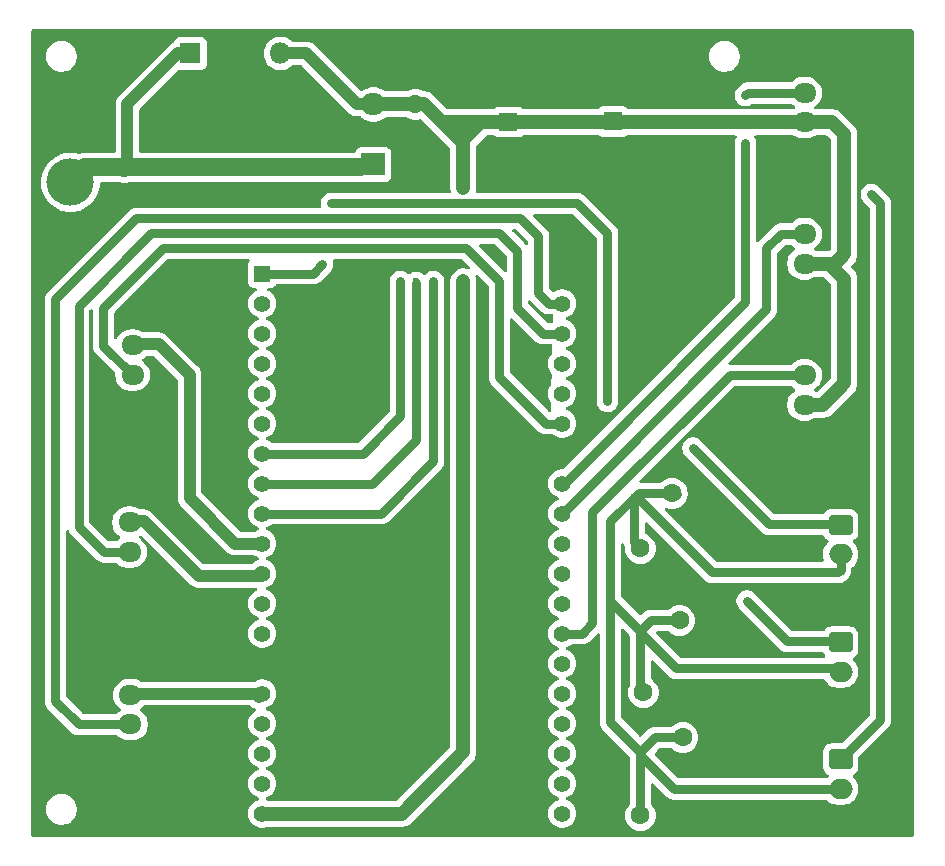
<source format=gbr>
%TF.GenerationSoftware,KiCad,Pcbnew,8.0.4*%
%TF.CreationDate,2024-09-06T02:12:06+09:00*%
%TF.ProjectId,esp_md3_servo3_sensor3,6573705f-6d64-4335-9f73-6572766f335f,rev?*%
%TF.SameCoordinates,Original*%
%TF.FileFunction,Copper,L2,Bot*%
%TF.FilePolarity,Positive*%
%FSLAX46Y46*%
G04 Gerber Fmt 4.6, Leading zero omitted, Abs format (unit mm)*
G04 Created by KiCad (PCBNEW 8.0.4) date 2024-09-06 02:12:06*
%MOMM*%
%LPD*%
G01*
G04 APERTURE LIST*
G04 Aperture macros list*
%AMRoundRect*
0 Rectangle with rounded corners*
0 $1 Rounding radius*
0 $2 $3 $4 $5 $6 $7 $8 $9 X,Y pos of 4 corners*
0 Add a 4 corners polygon primitive as box body*
4,1,4,$2,$3,$4,$5,$6,$7,$8,$9,$2,$3,0*
0 Add four circle primitives for the rounded corners*
1,1,$1+$1,$2,$3*
1,1,$1+$1,$4,$5*
1,1,$1+$1,$6,$7*
1,1,$1+$1,$8,$9*
0 Add four rect primitives between the rounded corners*
20,1,$1+$1,$2,$3,$4,$5,0*
20,1,$1+$1,$4,$5,$6,$7,0*
20,1,$1+$1,$6,$7,$8,$9,0*
20,1,$1+$1,$8,$9,$2,$3,0*%
G04 Aperture macros list end*
%TA.AperFunction,ComponentPad*%
%ADD10C,1.600000*%
%TD*%
%TA.AperFunction,ComponentPad*%
%ADD11O,1.600000X1.600000*%
%TD*%
%TA.AperFunction,ComponentPad*%
%ADD12RoundRect,0.250000X-0.725000X0.600000X-0.725000X-0.600000X0.725000X-0.600000X0.725000X0.600000X0*%
%TD*%
%TA.AperFunction,ComponentPad*%
%ADD13O,1.950000X1.700000*%
%TD*%
%TA.AperFunction,ComponentPad*%
%ADD14R,1.800000X1.800000*%
%TD*%
%TA.AperFunction,ComponentPad*%
%ADD15O,1.800000X1.800000*%
%TD*%
%TA.AperFunction,ComponentPad*%
%ADD16RoundRect,0.250000X0.725000X-0.600000X0.725000X0.600000X-0.725000X0.600000X-0.725000X-0.600000X0*%
%TD*%
%TA.AperFunction,ComponentPad*%
%ADD17RoundRect,0.250000X-0.750000X0.600000X-0.750000X-0.600000X0.750000X-0.600000X0.750000X0.600000X0*%
%TD*%
%TA.AperFunction,ComponentPad*%
%ADD18O,2.000000X1.700000*%
%TD*%
%TA.AperFunction,ComponentPad*%
%ADD19R,1.600000X1.600000*%
%TD*%
%TA.AperFunction,ComponentPad*%
%ADD20R,2.000000X1.905000*%
%TD*%
%TA.AperFunction,ComponentPad*%
%ADD21O,2.000000X1.905000*%
%TD*%
%TA.AperFunction,ComponentPad*%
%ADD22R,3.800000X3.800000*%
%TD*%
%TA.AperFunction,ComponentPad*%
%ADD23C,4.000000*%
%TD*%
%TA.AperFunction,ComponentPad*%
%ADD24R,1.408000X1.408000*%
%TD*%
%TA.AperFunction,ComponentPad*%
%ADD25C,1.408000*%
%TD*%
%TA.AperFunction,ViaPad*%
%ADD26C,0.600000*%
%TD*%
%TA.AperFunction,Conductor*%
%ADD27C,0.800000*%
%TD*%
%TA.AperFunction,Conductor*%
%ADD28C,1.200000*%
%TD*%
%TA.AperFunction,Conductor*%
%ADD29C,1.000000*%
%TD*%
%TA.AperFunction,Conductor*%
%ADD30C,1.500000*%
%TD*%
G04 APERTURE END LIST*
D10*
%TO.P,R2,1*%
%TO.N,+3.3V*%
X191770000Y-130556000D03*
D11*
%TO.P,R2,2*%
%TO.N,GND*%
X201930000Y-130556000D03*
%TD*%
D12*
%TO.P,MD2,1,Pin_1*%
%TO.N,GND*%
X148264000Y-113658000D03*
D13*
%TO.P,MD2,2,Pin_2*%
%TO.N,MD2_PWM*%
X148264000Y-116158000D03*
%TO.P,MD2,3,Pin_3*%
%TO.N,MD2_dir*%
X148264000Y-118658000D03*
%TD*%
D12*
%TO.P,MD3,1,Pin_1*%
%TO.N,GND*%
X148336000Y-128270000D03*
D13*
%TO.P,MD3,2,Pin_2*%
%TO.N,MD3_PWM*%
X148336000Y-130770000D03*
%TO.P,MD3,3,Pin_3*%
%TO.N,MD3_dir*%
X148336000Y-133270000D03*
%TD*%
D14*
%TO.P,D1,1,K*%
%TO.N,+BATT*%
X153416000Y-76454000D03*
D15*
%TO.P,D1,2,A*%
%TO.N,5V*%
X161036000Y-76454000D03*
%TD*%
D10*
%TO.P,C2,1*%
%TO.N,+3.3V*%
X194838000Y-124460000D03*
%TO.P,C2,2*%
%TO.N,GND*%
X197338000Y-124460000D03*
%TD*%
D16*
%TO.P,Servo3,1,Pin_1*%
%TO.N,GND*%
X205414000Y-84796000D03*
D13*
%TO.P,Servo3,2,Pin_2*%
%TO.N,5V*%
X205414000Y-82296000D03*
%TO.P,Servo3,3,Pin_3*%
%TO.N,Servo3_PWM*%
X205414000Y-79796000D03*
%TD*%
D17*
%TO.P,LimitSwitch1,1,Pin_1*%
%TO.N,L1_ActiveLow*%
X208462000Y-136224000D03*
D18*
%TO.P,LimitSwitch1,2,Pin_2*%
%TO.N,+3.3V*%
X208462000Y-138724000D03*
%TD*%
D17*
%TO.P,LimitSwitch2,1,Pin_1*%
%TO.N,L2_ActiveLow*%
X208462000Y-126318000D03*
D18*
%TO.P,LimitSwitch2,2,Pin_2*%
%TO.N,+3.3V*%
X208462000Y-128818000D03*
%TD*%
D19*
%TO.P,470u1,1*%
%TO.N,5V*%
X180340000Y-82256000D03*
D10*
%TO.P,470u1,2*%
%TO.N,GND*%
X180340000Y-79756000D03*
%TD*%
%TO.P,R1,1*%
%TO.N,+3.3V*%
X191516000Y-118364000D03*
D11*
%TO.P,R1,2*%
%TO.N,GND*%
X201676000Y-118364000D03*
%TD*%
D20*
%TO.P,U2,1,VI*%
%TO.N,+BATT*%
X168910000Y-85852000D03*
D21*
%TO.P,U2,2,GND*%
%TO.N,GND*%
X168910000Y-83312000D03*
%TO.P,U2,3,VO*%
%TO.N,5V*%
X168910000Y-80772000D03*
%TD*%
D10*
%TO.P,C4,1*%
%TO.N,+BATT*%
X147828000Y-86126000D03*
%TO.P,C4,2*%
%TO.N,GND*%
X147828000Y-88626000D03*
%TD*%
%TO.P,R3,1*%
%TO.N,+3.3V*%
X191516000Y-140970000D03*
D11*
%TO.P,R3,2*%
%TO.N,GND*%
X201676000Y-140970000D03*
%TD*%
D10*
%TO.P,C3,1*%
%TO.N,+3.3V*%
X195112000Y-134366000D03*
%TO.P,C3,2*%
%TO.N,GND*%
X197612000Y-134366000D03*
%TD*%
D12*
%TO.P,MD1,1,Pin_1*%
%TO.N,GND*%
X148518000Y-98672000D03*
D13*
%TO.P,MD1,2,Pin_2*%
%TO.N,MD1_PWM*%
X148518000Y-101172000D03*
%TO.P,MD1,3,Pin_3*%
%TO.N,MD1_dir*%
X148518000Y-103672000D03*
%TD*%
D19*
%TO.P,470u2,1*%
%TO.N,5V*%
X189200000Y-82213302D03*
D10*
%TO.P,470u2,2*%
%TO.N,GND*%
X189200000Y-79713302D03*
%TD*%
D16*
%TO.P,Servo1,1,Pin_1*%
%TO.N,GND*%
X205414000Y-108696000D03*
D13*
%TO.P,Servo1,2,Pin_2*%
%TO.N,5V*%
X205414000Y-106196000D03*
%TO.P,Servo1,3,Pin_3*%
%TO.N,Servo1_PWM*%
X205414000Y-103696000D03*
%TD*%
D10*
%TO.P,C5,1*%
%TO.N,5V*%
X172466000Y-80772000D03*
%TO.P,C5,2*%
%TO.N,GND*%
X172466000Y-78272000D03*
%TD*%
D17*
%TO.P,LimitSwitch3,1,Pin_1*%
%TO.N,L3_ActiveLow*%
X208462000Y-116372000D03*
D18*
%TO.P,LimitSwitch3,2,Pin_2*%
%TO.N,+3.3V*%
X208462000Y-118872000D03*
%TD*%
D16*
%TO.P,Servo2,1,Pin_1*%
%TO.N,GND*%
X205414000Y-96746000D03*
D13*
%TO.P,Servo2,2,Pin_2*%
%TO.N,5V*%
X205414000Y-94246000D03*
%TO.P,Servo2,3,Pin_3*%
%TO.N,Servo2_PWM*%
X205414000Y-91746000D03*
%TD*%
D22*
%TO.P,J1,1,Pin_1*%
%TO.N,GND*%
X143256000Y-82376000D03*
D23*
%TO.P,J1,2,Pin_2*%
%TO.N,+BATT*%
X143256000Y-87376000D03*
%TD*%
D24*
%TO.P,U1,J2_1,3V3*%
%TO.N,+3.3V*%
X159485500Y-95097000D03*
D25*
%TO.P,U1,J2_2,EN*%
%TO.N,unconnected-(U1-EN-PadJ2_2)*%
X159485500Y-97637000D03*
%TO.P,U1,J2_3,SENSOR_VP*%
%TO.N,unconnected-(U1-SENSOR_VP-PadJ2_3)*%
X159485500Y-100177000D03*
%TO.P,U1,J2_4,SENSOR_VN*%
%TO.N,unconnected-(U1-SENSOR_VN-PadJ2_4)*%
X159485500Y-102717000D03*
%TO.P,U1,J2_5,IO34*%
%TO.N,unconnected-(U1-IO34-PadJ2_5)*%
X159485500Y-105257000D03*
%TO.P,U1,J2_6,IO35*%
%TO.N,unconnected-(U1-IO35-PadJ2_6)*%
X159485500Y-107797000D03*
%TO.P,U1,J2_7,IO32*%
%TO.N,L1_ActiveLow*%
X159485500Y-110337000D03*
%TO.P,U1,J2_8,IO33*%
%TO.N,L2_ActiveLow*%
X159485500Y-112877000D03*
%TO.P,U1,J2_9,IO25*%
%TO.N,L3_ActiveLow*%
X159485500Y-115417000D03*
%TO.P,U1,J2_10,IO26*%
%TO.N,MD1_PWM*%
X159485500Y-117957000D03*
%TO.P,U1,J2_11,IO27*%
%TO.N,MD2_PWM*%
X159485500Y-120497000D03*
%TO.P,U1,J2_12,IO14*%
%TO.N,unconnected-(U1-IO14-PadJ2_12)*%
X159485500Y-123037000D03*
%TO.P,U1,J2_13,IO12*%
%TO.N,unconnected-(U1-IO12-PadJ2_13)*%
X159485500Y-125577000D03*
%TO.P,U1,J2_14,GND_J2_14*%
%TO.N,GND*%
X159485500Y-128117000D03*
%TO.P,U1,J2_15,IO13*%
%TO.N,MD3_PWM*%
X159485500Y-130657000D03*
%TO.P,U1,J2_16,SD2*%
%TO.N,unconnected-(U1-SD2-PadJ2_16)*%
X159485500Y-133197000D03*
%TO.P,U1,J2_17,SD3*%
%TO.N,unconnected-(U1-SD3-PadJ2_17)*%
X159485500Y-135737000D03*
%TO.P,U1,J2_18,CMD*%
%TO.N,unconnected-(U1-CMD-PadJ2_18)*%
X159485500Y-138277000D03*
%TO.P,U1,J2_19,EXT_5V*%
%TO.N,5V*%
X159485500Y-140817000D03*
%TO.P,U1,J3_1,GND_J3_1*%
%TO.N,GND*%
X184885500Y-95097000D03*
%TO.P,U1,J3_2,IO23*%
%TO.N,MD3_dir*%
X184885500Y-97637000D03*
%TO.P,U1,J3_3,IO22*%
%TO.N,MD2_dir*%
X184885500Y-100177000D03*
%TO.P,U1,J3_4,TXD0*%
%TO.N,unconnected-(U1-TXD0-PadJ3_4)*%
X184885500Y-102717000D03*
%TO.P,U1,J3_5,RXD0*%
%TO.N,unconnected-(U1-RXD0-PadJ3_5)*%
X184885500Y-105257000D03*
%TO.P,U1,J3_6,IO21*%
%TO.N,MD1_dir*%
X184885500Y-107797000D03*
%TO.P,U1,J3_7,GND_J3_7*%
%TO.N,GND*%
X184885500Y-110337000D03*
%TO.P,U1,J3_8,IO19*%
%TO.N,Servo3_PWM*%
X184885500Y-112877000D03*
%TO.P,U1,J3_9,IO18*%
%TO.N,Servo2_PWM*%
X184885500Y-115417000D03*
%TO.P,U1,J3_10,IO5*%
%TO.N,unconnected-(U1-IO5-PadJ3_10)*%
X184885500Y-117957000D03*
%TO.P,U1,J3_11,IO17*%
%TO.N,unconnected-(U1-IO17-PadJ3_11)*%
X184885500Y-120497000D03*
%TO.P,U1,J3_12,IO16*%
%TO.N,unconnected-(U1-IO16-PadJ3_12)*%
X184885500Y-123037000D03*
%TO.P,U1,J3_13,IO4*%
%TO.N,Servo1_PWM*%
X184885500Y-125577000D03*
%TO.P,U1,J3_14,IO0*%
%TO.N,unconnected-(U1-IO0-PadJ3_14)*%
X184885500Y-128117000D03*
%TO.P,U1,J3_15,IO2*%
%TO.N,unconnected-(U1-IO2-PadJ3_15)*%
X184885500Y-130657000D03*
%TO.P,U1,J3_16,IO15*%
%TO.N,unconnected-(U1-IO15-PadJ3_16)*%
X184885500Y-133197000D03*
%TO.P,U1,J3_17,SD1*%
%TO.N,unconnected-(U1-SD1-PadJ3_17)*%
X184885500Y-135737000D03*
%TO.P,U1,J3_18,SD0*%
%TO.N,unconnected-(U1-SD0-PadJ3_18)*%
X184885500Y-138277000D03*
%TO.P,U1,J3_19,CLK*%
%TO.N,unconnected-(U1-CLK-PadJ3_19)*%
X184885500Y-140817000D03*
%TD*%
D10*
%TO.P,C1,1*%
%TO.N,+3.3V*%
X194200000Y-113700000D03*
%TO.P,C1,2*%
%TO.N,GND*%
X196700000Y-113700000D03*
%TD*%
D26*
%TO.N,+3.3V*%
X165354000Y-89154000D03*
X191135000Y-113919000D03*
X164592000Y-94295997D03*
X188722000Y-105918000D03*
%TO.N,GND*%
X194056000Y-121412000D03*
X201930000Y-135128000D03*
X150114000Y-108458000D03*
X155702000Y-98298000D03*
%TO.N,5V*%
X176530000Y-87884000D03*
X176530000Y-95758000D03*
%TO.N,L1_ActiveLow*%
X171196000Y-95758000D03*
X211074000Y-88392000D03*
%TO.N,L2_ActiveLow*%
X172520000Y-95758000D03*
X200533000Y-122809000D03*
%TO.N,L3_ActiveLow*%
X195950000Y-109850000D03*
X173990000Y-95758000D03*
%TO.N,Servo3_PWM*%
X200406000Y-80010000D03*
X200406000Y-84074000D03*
X200406000Y-84074000D03*
X200406000Y-80010000D03*
%TD*%
D27*
%TO.N,L3_ActiveLow*%
X208422000Y-116332000D02*
X208462000Y-116372000D01*
X202432000Y-116332000D02*
X208422000Y-116332000D01*
X195950000Y-109850000D02*
X202432000Y-116332000D01*
%TO.N,+3.3V*%
X194512000Y-113700000D02*
X194604000Y-113792000D01*
X191354000Y-113700000D02*
X194512000Y-113700000D01*
X191135000Y-113919000D02*
X191354000Y-113700000D01*
X186182000Y-89154000D02*
X165354000Y-89154000D01*
X191008000Y-114046000D02*
X191008000Y-117856000D01*
X197612000Y-120396000D02*
X208280000Y-120396000D01*
X194564000Y-128524000D02*
X208168000Y-128524000D01*
X188722000Y-105918000D02*
X188722000Y-91694000D01*
X208280000Y-120396000D02*
X208462000Y-120214000D01*
X191135000Y-113919000D02*
X191008000Y-114046000D01*
X188722000Y-91694000D02*
X186182000Y-89154000D01*
X208462000Y-120214000D02*
X208462000Y-118872000D01*
X191516000Y-135636000D02*
X192786000Y-134366000D01*
X191008000Y-117856000D02*
X191516000Y-118364000D01*
X191516000Y-125984000D02*
X191516000Y-125349000D01*
X188976000Y-116078000D02*
X188976000Y-133096000D01*
X194838000Y-124460000D02*
X192405000Y-124460000D01*
X194838000Y-124480000D02*
X194838000Y-124460000D01*
X188976000Y-133096000D02*
X191516000Y-135636000D01*
X191516000Y-135890000D02*
X194350000Y-138724000D01*
X191516000Y-135636000D02*
X191516000Y-135890000D01*
X191135000Y-113919000D02*
X197612000Y-120396000D01*
X191516000Y-125984000D02*
X191770000Y-125730000D01*
X191516000Y-125984000D02*
X191516000Y-130048000D01*
X194350000Y-138724000D02*
X208462000Y-138724000D01*
X163790997Y-95097000D02*
X159485500Y-95097000D01*
X208168000Y-128524000D02*
X208462000Y-128818000D01*
X191135000Y-113919000D02*
X188976000Y-116078000D01*
X192405000Y-124460000D02*
X191516000Y-125349000D01*
X188976000Y-122809000D02*
X188976000Y-122174000D01*
X192786000Y-134366000D02*
X195112000Y-134366000D01*
X191516000Y-125349000D02*
X188976000Y-122809000D01*
X191516000Y-135636000D02*
X191516000Y-140462000D01*
X164592000Y-94295997D02*
X163790997Y-95097000D01*
X191770000Y-125730000D02*
X194564000Y-128524000D01*
D28*
%TO.N,5V*%
X206986000Y-106196000D02*
X205414000Y-106196000D01*
X176276000Y-83820000D02*
X176530000Y-83820000D01*
X205414000Y-82296000D02*
X207772000Y-82296000D01*
D29*
X168910000Y-80772000D02*
X167546000Y-80772000D01*
D28*
X174752000Y-82296000D02*
X176276000Y-83820000D01*
X205414000Y-94246000D02*
X207518000Y-94246000D01*
X207772000Y-82296000D02*
X208788000Y-83312000D01*
X208788000Y-104394000D02*
X206986000Y-106196000D01*
X176530000Y-82296000D02*
X178308000Y-82296000D01*
X159485500Y-140817000D02*
X171349000Y-140817000D01*
X176530000Y-87884000D02*
X176530000Y-83820000D01*
D29*
X163228000Y-76454000D02*
X161036000Y-76454000D01*
D28*
X171349000Y-140817000D02*
X176530000Y-135636000D01*
X178054000Y-82296000D02*
X176530000Y-83820000D01*
X208788000Y-93472000D02*
X208014000Y-94246000D01*
X178308000Y-82296000D02*
X205414000Y-82296000D01*
X208014000Y-94246000D02*
X207518000Y-94246000D01*
X173228000Y-80772000D02*
X174752000Y-82296000D01*
X174752000Y-82296000D02*
X176530000Y-82296000D01*
X208788000Y-83312000D02*
X208788000Y-93472000D01*
D29*
X167546000Y-80772000D02*
X163228000Y-76454000D01*
D28*
X176530000Y-135636000D02*
X176530000Y-95758000D01*
X207518000Y-94246000D02*
X208788000Y-95516000D01*
X168910000Y-80772000D02*
X173228000Y-80772000D01*
X176530000Y-83820000D02*
X176530000Y-82296000D01*
X178308000Y-82296000D02*
X178054000Y-82296000D01*
X208788000Y-95516000D02*
X208788000Y-104394000D01*
X205414000Y-94246000D02*
X205426000Y-94234000D01*
D27*
%TO.N,L1_ActiveLow*%
X211836000Y-132850000D02*
X208462000Y-136224000D01*
X211074000Y-88392000D02*
X211836000Y-89154000D01*
X168047000Y-110337000D02*
X159485500Y-110337000D01*
X171196000Y-107188000D02*
X168047000Y-110337000D01*
X171196000Y-95758000D02*
X171196000Y-107188000D01*
X211836000Y-89154000D02*
X211836000Y-132850000D01*
%TO.N,L2_ActiveLow*%
X168809000Y-112877000D02*
X159485500Y-112877000D01*
X172520000Y-109166000D02*
X168809000Y-112877000D01*
X172520000Y-95858000D02*
X172520000Y-109166000D01*
X203962000Y-126238000D02*
X208382000Y-126238000D01*
X208382000Y-126238000D02*
X208462000Y-126318000D01*
X200533000Y-122809000D02*
X203962000Y-126238000D01*
%TO.N,L3_ActiveLow*%
X169571000Y-115417000D02*
X159485500Y-115417000D01*
X173990000Y-95758000D02*
X173990000Y-110998000D01*
X173990000Y-110998000D02*
X169571000Y-115417000D01*
%TO.N,MD1_dir*%
X151130000Y-92964000D02*
X176784000Y-92964000D01*
X183489000Y-107797000D02*
X184885500Y-107797000D01*
X176784000Y-92964000D02*
X179578000Y-95758000D01*
X146050000Y-98044000D02*
X151130000Y-92964000D01*
X148518000Y-103672000D02*
X146050000Y-101204000D01*
X146050000Y-101204000D02*
X146050000Y-98044000D01*
X179578000Y-95758000D02*
X179578000Y-103886000D01*
X179578000Y-103886000D02*
X183489000Y-107797000D01*
D29*
%TO.N,MD1_PWM*%
X148916000Y-101068000D02*
X150740000Y-101068000D01*
X150740000Y-101068000D02*
X153344000Y-103672000D01*
X157215000Y-117957000D02*
X159485500Y-117957000D01*
X153344000Y-114086000D02*
X157215000Y-117957000D01*
X153344000Y-103672000D02*
X153344000Y-114086000D01*
%TO.N,MD2_PWM*%
X149470000Y-116054000D02*
X154106000Y-120690000D01*
X159292500Y-120690000D02*
X159485500Y-120497000D01*
X148662000Y-116054000D02*
X149470000Y-116054000D01*
X159384500Y-120396000D02*
X159485500Y-120497000D01*
X154106000Y-120690000D02*
X159292500Y-120690000D01*
D27*
%TO.N,MD2_dir*%
X150114000Y-91694000D02*
X143946000Y-97862000D01*
X183235000Y-100177000D02*
X181102000Y-98044000D01*
X181102000Y-98044000D02*
X181102000Y-93218000D01*
X179578000Y-91694000D02*
X150114000Y-91694000D01*
X181102000Y-93218000D02*
X179578000Y-91694000D01*
X184885500Y-100177000D02*
X183235000Y-100177000D01*
X143946000Y-97862000D02*
X143946000Y-116514000D01*
X143946000Y-116514000D02*
X146090000Y-118658000D01*
X146090000Y-118658000D02*
X148264000Y-118658000D01*
D29*
%TO.N,MD3_PWM*%
X148336000Y-130770000D02*
X148449000Y-130657000D01*
X148449000Y-130657000D02*
X159485500Y-130657000D01*
X159191500Y-130951000D02*
X159485500Y-130657000D01*
D27*
%TO.N,Servo1_PWM*%
X199072000Y-103696000D02*
X205414000Y-103696000D01*
X187452000Y-115316000D02*
X199072000Y-103696000D01*
X186589000Y-125577000D02*
X187452000Y-124714000D01*
X187452000Y-124714000D02*
X187452000Y-115316000D01*
X184885500Y-125577000D02*
X186589000Y-125577000D01*
%TO.N,Servo2_PWM*%
X184885500Y-115417000D02*
X202184000Y-98118500D01*
X202184000Y-98118500D02*
X202184000Y-92964000D01*
X203402000Y-91746000D02*
X205414000Y-91746000D01*
X202184000Y-92964000D02*
X203402000Y-91746000D01*
%TO.N,Servo3_PWM*%
X200406000Y-97536000D02*
X185065000Y-112877000D01*
X200406000Y-80010000D02*
X200620000Y-79796000D01*
X200406000Y-84074000D02*
X200406000Y-97536000D01*
X185065000Y-112877000D02*
X184885500Y-112877000D01*
X200620000Y-79796000D02*
X205414000Y-79796000D01*
%TO.N,MD3_dir*%
X182880000Y-91948000D02*
X182880000Y-96774000D01*
X182880000Y-96774000D02*
X183743000Y-97637000D01*
X141986000Y-131318000D02*
X141986000Y-97282000D01*
X141986000Y-97282000D02*
X148844000Y-90424000D01*
X148844000Y-90424000D02*
X181356000Y-90424000D01*
X143938000Y-133270000D02*
X141986000Y-131318000D01*
X183743000Y-97637000D02*
X184885500Y-97637000D01*
X181356000Y-90424000D02*
X182880000Y-91948000D01*
X148336000Y-133270000D02*
X143938000Y-133270000D01*
D29*
%TO.N,+BATT*%
X152400000Y-76454000D02*
X148082000Y-80772000D01*
X143764000Y-86788000D02*
X144018000Y-86534000D01*
D30*
X143764000Y-87376000D02*
X143256000Y-87376000D01*
D29*
X148082000Y-80772000D02*
X148082000Y-86106000D01*
X153416000Y-76454000D02*
X152400000Y-76454000D01*
D30*
X143256000Y-87376000D02*
X144526000Y-86106000D01*
D29*
X143764000Y-87376000D02*
X143764000Y-86788000D01*
D30*
X144526000Y-86106000D02*
X167800000Y-86106000D01*
%TD*%
%TA.AperFunction,Conductor*%
%TO.N,GND*%
G36*
X176426677Y-93884185D02*
G01*
X176447319Y-93900819D01*
X177079290Y-94532790D01*
X177112775Y-94594113D01*
X177107791Y-94663805D01*
X177065919Y-94719738D01*
X177000455Y-94744155D01*
X176953291Y-94738402D01*
X176904504Y-94722550D01*
X176787701Y-94684598D01*
X176787699Y-94684597D01*
X176787698Y-94684597D01*
X176656271Y-94663781D01*
X176616611Y-94657500D01*
X176443389Y-94657500D01*
X176403728Y-94663781D01*
X176272302Y-94684597D01*
X176107552Y-94738128D01*
X175953211Y-94816768D01*
X175897149Y-94857500D01*
X175813072Y-94918586D01*
X175813070Y-94918588D01*
X175813069Y-94918588D01*
X175690588Y-95041069D01*
X175690588Y-95041070D01*
X175690586Y-95041072D01*
X175646859Y-95101256D01*
X175588768Y-95181211D01*
X175510128Y-95335552D01*
X175456597Y-95500302D01*
X175429500Y-95671389D01*
X175429500Y-135128796D01*
X175409815Y-135195835D01*
X175393181Y-135216477D01*
X170929477Y-139680181D01*
X170868154Y-139713666D01*
X170841796Y-139716500D01*
X160002294Y-139716500D01*
X159957500Y-139708126D01*
X159840049Y-139662625D01*
X159784647Y-139620053D01*
X159761057Y-139554286D01*
X159776768Y-139486205D01*
X159826792Y-139437427D01*
X159840024Y-139431383D01*
X160024692Y-139359843D01*
X160214483Y-139242330D01*
X160379450Y-139091943D01*
X160513974Y-138913804D01*
X160613474Y-138713980D01*
X160613474Y-138713977D01*
X160613476Y-138713975D01*
X160674562Y-138499276D01*
X160674563Y-138499273D01*
X160695160Y-138277000D01*
X160695160Y-138276999D01*
X160674563Y-138054726D01*
X160674562Y-138054723D01*
X160613476Y-137840024D01*
X160613473Y-137840018D01*
X160587163Y-137787181D01*
X160513974Y-137640196D01*
X160379450Y-137462057D01*
X160214483Y-137311670D01*
X160214479Y-137311667D01*
X160214474Y-137311664D01*
X160024695Y-137194158D01*
X160024686Y-137194154D01*
X159938930Y-137160932D01*
X159840047Y-137122625D01*
X159784648Y-137080054D01*
X159761057Y-137014288D01*
X159776768Y-136946207D01*
X159826792Y-136897428D01*
X159840038Y-136891378D01*
X160024692Y-136819843D01*
X160214483Y-136702330D01*
X160379450Y-136551943D01*
X160513974Y-136373804D01*
X160613474Y-136173980D01*
X160613474Y-136173977D01*
X160613476Y-136173975D01*
X160663829Y-135997000D01*
X160674563Y-135959274D01*
X160695160Y-135737000D01*
X160689087Y-135671468D01*
X160674563Y-135514726D01*
X160674562Y-135514723D01*
X160613476Y-135300024D01*
X160613473Y-135300018D01*
X160528215Y-135128796D01*
X160513974Y-135100196D01*
X160379450Y-134922057D01*
X160337704Y-134884001D01*
X160214484Y-134771671D01*
X160214474Y-134771664D01*
X160024695Y-134654158D01*
X160024686Y-134654154D01*
X159937813Y-134620500D01*
X159840047Y-134582625D01*
X159784648Y-134540054D01*
X159761057Y-134474288D01*
X159776768Y-134406207D01*
X159826792Y-134357428D01*
X159840038Y-134351378D01*
X160024692Y-134279843D01*
X160214483Y-134162330D01*
X160379450Y-134011943D01*
X160513974Y-133833804D01*
X160613474Y-133633980D01*
X160613474Y-133633977D01*
X160613476Y-133633975D01*
X160674563Y-133419274D01*
X160674563Y-133419273D01*
X160695160Y-133197000D01*
X160695160Y-133196999D01*
X160674563Y-132974726D01*
X160674562Y-132974723D01*
X160613476Y-132760024D01*
X160613473Y-132760018D01*
X160569465Y-132671638D01*
X160513974Y-132560196D01*
X160379450Y-132382057D01*
X160325835Y-132333181D01*
X160269472Y-132281799D01*
X160214483Y-132231670D01*
X160214479Y-132231667D01*
X160214474Y-132231664D01*
X160024695Y-132114158D01*
X160024689Y-132114156D01*
X160024684Y-132114154D01*
X159840047Y-132042625D01*
X159784649Y-132000054D01*
X159761058Y-131934287D01*
X159776769Y-131866207D01*
X159826793Y-131817428D01*
X159840038Y-131811378D01*
X160024692Y-131739843D01*
X160214483Y-131622330D01*
X160379450Y-131471943D01*
X160513974Y-131293804D01*
X160613474Y-131093980D01*
X160613474Y-131093977D01*
X160613476Y-131093975D01*
X160655862Y-130945000D01*
X160674563Y-130879274D01*
X160695160Y-130657000D01*
X160674563Y-130434726D01*
X160665691Y-130403544D01*
X160613476Y-130220024D01*
X160613473Y-130220018D01*
X160558440Y-130109497D01*
X160513974Y-130020196D01*
X160379450Y-129842057D01*
X160214483Y-129691670D01*
X160214479Y-129691667D01*
X160214474Y-129691664D01*
X160024695Y-129574158D01*
X160024689Y-129574156D01*
X160024684Y-129574154D01*
X159816539Y-129493518D01*
X159597113Y-129452500D01*
X159373887Y-129452500D01*
X159154461Y-129493518D01*
X159071088Y-129525817D01*
X158946310Y-129574156D01*
X158946304Y-129574158D01*
X158843315Y-129637927D01*
X158778038Y-129656500D01*
X149266296Y-129656500D01*
X149199257Y-129636815D01*
X149193410Y-129632817D01*
X149168820Y-129614951D01*
X148979414Y-129518444D01*
X148979413Y-129518443D01*
X148979412Y-129518443D01*
X148777243Y-129452754D01*
X148777241Y-129452753D01*
X148777240Y-129452753D01*
X148604740Y-129425432D01*
X148567287Y-129419500D01*
X148104713Y-129419500D01*
X148067260Y-129425432D01*
X147894760Y-129452753D01*
X147692585Y-129518444D01*
X147503179Y-129614951D01*
X147331213Y-129739890D01*
X147180890Y-129890213D01*
X147055951Y-130062179D01*
X146959444Y-130251585D01*
X146959443Y-130251587D01*
X146959443Y-130251588D01*
X146926598Y-130352672D01*
X146893753Y-130453760D01*
X146877560Y-130556000D01*
X146860500Y-130663713D01*
X146860500Y-130876287D01*
X146863248Y-130893638D01*
X146877135Y-130981319D01*
X146893754Y-131086243D01*
X146933553Y-131208732D01*
X146959444Y-131288414D01*
X147055951Y-131477820D01*
X147180890Y-131649786D01*
X147331209Y-131800105D01*
X147331214Y-131800109D01*
X147495793Y-131919682D01*
X147538459Y-131975011D01*
X147544438Y-132044625D01*
X147511833Y-132106420D01*
X147495793Y-132120318D01*
X147331214Y-132239890D01*
X147331209Y-132239894D01*
X147237923Y-132333181D01*
X147176600Y-132366666D01*
X147150242Y-132369500D01*
X144362362Y-132369500D01*
X144295323Y-132349815D01*
X144274681Y-132333181D01*
X142922819Y-130981319D01*
X142889334Y-130919996D01*
X142886500Y-130893638D01*
X142886500Y-116932651D01*
X142906185Y-116865612D01*
X142958989Y-116819857D01*
X143028147Y-116809913D01*
X143091703Y-116838938D01*
X143125061Y-116885199D01*
X143147984Y-116940542D01*
X143147986Y-116940546D01*
X143147987Y-116940547D01*
X143158647Y-116956500D01*
X143202423Y-117022016D01*
X143246537Y-117088038D01*
X145515960Y-119357461D01*
X145515964Y-119357464D01*
X145663446Y-119456009D01*
X145663452Y-119456012D01*
X145663453Y-119456013D01*
X145827334Y-119523895D01*
X146001303Y-119558499D01*
X146001307Y-119558500D01*
X146001308Y-119558500D01*
X146001309Y-119558500D01*
X147078242Y-119558500D01*
X147145281Y-119578185D01*
X147165923Y-119594819D01*
X147259213Y-119688109D01*
X147431179Y-119813048D01*
X147431181Y-119813049D01*
X147431184Y-119813051D01*
X147620588Y-119909557D01*
X147822757Y-119975246D01*
X148032713Y-120008500D01*
X148032714Y-120008500D01*
X148495286Y-120008500D01*
X148495287Y-120008500D01*
X148705243Y-119975246D01*
X148907412Y-119909557D01*
X149096816Y-119813051D01*
X149118789Y-119797086D01*
X149268786Y-119688109D01*
X149268788Y-119688106D01*
X149268792Y-119688104D01*
X149419104Y-119537792D01*
X149419106Y-119537788D01*
X149419109Y-119537786D01*
X149544048Y-119365820D01*
X149544047Y-119365820D01*
X149544051Y-119365816D01*
X149640557Y-119176412D01*
X149706246Y-118974243D01*
X149739500Y-118764287D01*
X149739500Y-118551713D01*
X149706246Y-118341757D01*
X149640557Y-118139588D01*
X149544051Y-117950184D01*
X149544049Y-117950181D01*
X149544048Y-117950179D01*
X149419109Y-117778213D01*
X149268790Y-117627894D01*
X149268785Y-117627890D01*
X149104206Y-117508317D01*
X149061540Y-117452987D01*
X149055561Y-117383374D01*
X149088166Y-117321579D01*
X149104198Y-117307687D01*
X149137006Y-117283850D01*
X149202813Y-117260373D01*
X149270866Y-117276200D01*
X149297570Y-117296490D01*
X153325735Y-121324655D01*
X153325764Y-121324686D01*
X153468214Y-121467136D01*
X153468218Y-121467139D01*
X153632079Y-121576628D01*
X153632092Y-121576635D01*
X153760833Y-121629961D01*
X153803744Y-121647735D01*
X153814164Y-121652051D01*
X153910812Y-121671275D01*
X153959135Y-121680887D01*
X154007458Y-121690500D01*
X154007459Y-121690500D01*
X154007460Y-121690500D01*
X154204540Y-121690500D01*
X158963543Y-121690500D01*
X159030582Y-121710185D01*
X159076337Y-121762989D01*
X159086281Y-121832147D01*
X159057256Y-121895703D01*
X159008337Y-121930127D01*
X158946310Y-121954156D01*
X158946304Y-121954158D01*
X158756525Y-122071664D01*
X158756515Y-122071671D01*
X158591551Y-122222055D01*
X158457026Y-122400195D01*
X158357526Y-122600018D01*
X158357523Y-122600024D01*
X158296437Y-122814723D01*
X158296436Y-122814726D01*
X158275840Y-123036999D01*
X158275840Y-123037000D01*
X158296436Y-123259273D01*
X158296437Y-123259276D01*
X158357523Y-123473975D01*
X158357526Y-123473981D01*
X158417340Y-123594103D01*
X158457026Y-123673804D01*
X158591550Y-123851943D01*
X158756517Y-124002330D01*
X158756524Y-124002334D01*
X158756525Y-124002335D01*
X158946304Y-124119841D01*
X158946305Y-124119841D01*
X158946308Y-124119843D01*
X159130952Y-124191374D01*
X159186351Y-124233946D01*
X159209942Y-124299713D01*
X159194231Y-124367793D01*
X159144207Y-124416572D01*
X159130961Y-124422621D01*
X159034475Y-124460001D01*
X158946310Y-124494156D01*
X158946304Y-124494158D01*
X158756525Y-124611664D01*
X158756515Y-124611671D01*
X158591551Y-124762055D01*
X158457026Y-124940195D01*
X158357526Y-125140018D01*
X158357523Y-125140024D01*
X158296437Y-125354723D01*
X158296436Y-125354726D01*
X158275840Y-125576999D01*
X158275840Y-125577000D01*
X158296436Y-125799273D01*
X158296437Y-125799276D01*
X158357523Y-126013975D01*
X158357526Y-126013980D01*
X158457026Y-126213804D01*
X158591550Y-126391943D01*
X158756517Y-126542330D01*
X158756519Y-126542331D01*
X158756525Y-126542335D01*
X158946304Y-126659841D01*
X158946305Y-126659841D01*
X158946308Y-126659843D01*
X159154461Y-126740482D01*
X159373887Y-126781500D01*
X159373889Y-126781500D01*
X159597111Y-126781500D01*
X159597113Y-126781500D01*
X159816539Y-126740482D01*
X160024692Y-126659843D01*
X160214483Y-126542330D01*
X160379450Y-126391943D01*
X160513974Y-126213804D01*
X160613474Y-126013980D01*
X160613474Y-126013977D01*
X160613476Y-126013975D01*
X160674562Y-125799276D01*
X160674563Y-125799273D01*
X160695160Y-125577000D01*
X160695160Y-125576999D01*
X160674563Y-125354726D01*
X160674562Y-125354723D01*
X160613476Y-125140024D01*
X160613473Y-125140018D01*
X160599886Y-125112732D01*
X160513974Y-124940196D01*
X160379450Y-124762057D01*
X160214483Y-124611670D01*
X160214479Y-124611667D01*
X160214474Y-124611664D01*
X160024695Y-124494158D01*
X160024686Y-124494154D01*
X159936518Y-124459998D01*
X159840047Y-124422625D01*
X159784648Y-124380054D01*
X159761057Y-124314288D01*
X159776768Y-124246207D01*
X159826792Y-124197428D01*
X159840038Y-124191378D01*
X160024692Y-124119843D01*
X160214483Y-124002330D01*
X160379450Y-123851943D01*
X160513974Y-123673804D01*
X160613474Y-123473980D01*
X160613474Y-123473977D01*
X160613476Y-123473975D01*
X160674562Y-123259276D01*
X160674563Y-123259273D01*
X160676762Y-123235548D01*
X160695160Y-123037000D01*
X160674563Y-122814726D01*
X160647699Y-122720308D01*
X160613476Y-122600024D01*
X160613473Y-122600018D01*
X160586741Y-122546333D01*
X160513974Y-122400196D01*
X160379450Y-122222057D01*
X160214483Y-122071670D01*
X160214479Y-122071667D01*
X160214474Y-122071664D01*
X160024695Y-121954158D01*
X160024686Y-121954154D01*
X159938930Y-121920932D01*
X159840047Y-121882625D01*
X159784648Y-121840054D01*
X159761057Y-121774288D01*
X159776768Y-121706207D01*
X159826792Y-121657428D01*
X159840038Y-121651378D01*
X160024692Y-121579843D01*
X160214483Y-121462330D01*
X160379450Y-121311943D01*
X160513974Y-121133804D01*
X160613474Y-120933980D01*
X160613474Y-120933977D01*
X160613476Y-120933975D01*
X160654998Y-120788039D01*
X160674563Y-120719274D01*
X160695160Y-120497000D01*
X160674563Y-120274726D01*
X160665691Y-120243544D01*
X160613476Y-120060024D01*
X160613473Y-120060018D01*
X160563123Y-119958901D01*
X160513974Y-119860196D01*
X160379450Y-119682057D01*
X160365640Y-119669468D01*
X160243913Y-119558499D01*
X160214483Y-119531670D01*
X160214479Y-119531667D01*
X160214474Y-119531664D01*
X160024695Y-119414158D01*
X160024686Y-119414154D01*
X159938930Y-119380932D01*
X159840047Y-119342625D01*
X159784648Y-119300054D01*
X159761057Y-119234288D01*
X159776768Y-119166207D01*
X159826792Y-119117428D01*
X159840038Y-119111378D01*
X160024692Y-119039843D01*
X160214483Y-118922330D01*
X160379450Y-118771943D01*
X160513974Y-118593804D01*
X160613474Y-118393980D01*
X160613474Y-118393977D01*
X160613476Y-118393975D01*
X160674562Y-118179276D01*
X160674563Y-118179273D01*
X160695160Y-117957000D01*
X160695160Y-117956999D01*
X160674563Y-117734726D01*
X160674562Y-117734723D01*
X160613476Y-117520024D01*
X160613473Y-117520018D01*
X160573956Y-117440657D01*
X160513974Y-117320196D01*
X160379450Y-117142057D01*
X160366238Y-117130013D01*
X160214484Y-116991671D01*
X160214474Y-116991664D01*
X160024695Y-116874158D01*
X160024686Y-116874154D01*
X159933781Y-116838938D01*
X159840047Y-116802625D01*
X159784648Y-116760054D01*
X159761057Y-116694288D01*
X159776768Y-116626207D01*
X159826792Y-116577428D01*
X159840038Y-116571378D01*
X160024692Y-116499843D01*
X160214483Y-116382330D01*
X160250098Y-116349863D01*
X160312902Y-116319246D01*
X160333636Y-116317500D01*
X169659693Y-116317500D01*
X169659694Y-116317499D01*
X169833666Y-116282895D01*
X169915606Y-116248953D01*
X169997547Y-116215013D01*
X170091044Y-116152540D01*
X170145036Y-116116464D01*
X174689464Y-111572035D01*
X174706722Y-111546207D01*
X174709867Y-111541501D01*
X174709867Y-111541500D01*
X174788011Y-111424550D01*
X174788011Y-111424549D01*
X174788013Y-111424547D01*
X174807895Y-111376547D01*
X174855895Y-111260666D01*
X174890500Y-111086692D01*
X174890500Y-110909308D01*
X174890500Y-95669309D01*
X174890500Y-95669306D01*
X174890499Y-95669304D01*
X174855896Y-95495341D01*
X174855893Y-95495332D01*
X174788016Y-95331459D01*
X174788009Y-95331446D01*
X174689464Y-95183965D01*
X174689461Y-95183961D01*
X174564038Y-95058538D01*
X174564034Y-95058535D01*
X174416553Y-94959990D01*
X174416540Y-94959983D01*
X174252667Y-94892106D01*
X174252658Y-94892103D01*
X174078694Y-94857500D01*
X174078691Y-94857500D01*
X173901309Y-94857500D01*
X173901306Y-94857500D01*
X173727341Y-94892103D01*
X173727332Y-94892106D01*
X173563459Y-94959983D01*
X173563446Y-94959990D01*
X173415965Y-95058535D01*
X173415961Y-95058538D01*
X173292681Y-95181819D01*
X173231358Y-95215304D01*
X173161666Y-95210320D01*
X173117319Y-95181819D01*
X173094038Y-95158538D01*
X173094034Y-95158535D01*
X172946553Y-95059990D01*
X172946540Y-95059983D01*
X172782670Y-94992107D01*
X172782660Y-94992104D01*
X172726887Y-94981010D01*
X172710128Y-94976436D01*
X172699255Y-94972632D01*
X172699248Y-94972630D01*
X172671019Y-94969450D01*
X172660709Y-94967847D01*
X172608692Y-94957500D01*
X172608691Y-94957500D01*
X172571915Y-94957500D01*
X172558031Y-94956720D01*
X172520002Y-94952435D01*
X172519998Y-94952435D01*
X172481969Y-94956720D01*
X172468085Y-94957500D01*
X172431304Y-94957500D01*
X172379288Y-94967847D01*
X172368981Y-94969450D01*
X172340750Y-94972630D01*
X172340740Y-94972632D01*
X172329864Y-94976438D01*
X172313112Y-94981010D01*
X172257337Y-94992104D01*
X172257331Y-94992106D01*
X172093459Y-95059983D01*
X172093446Y-95059990D01*
X171985062Y-95132411D01*
X171918384Y-95153289D01*
X171851004Y-95134804D01*
X171828490Y-95116990D01*
X171770038Y-95058538D01*
X171770034Y-95058535D01*
X171622553Y-94959990D01*
X171622540Y-94959983D01*
X171458667Y-94892106D01*
X171458658Y-94892103D01*
X171284694Y-94857500D01*
X171284691Y-94857500D01*
X171107309Y-94857500D01*
X171107306Y-94857500D01*
X170933341Y-94892103D01*
X170933332Y-94892106D01*
X170769459Y-94959983D01*
X170769446Y-94959990D01*
X170621965Y-95058535D01*
X170621961Y-95058538D01*
X170496538Y-95183961D01*
X170496535Y-95183965D01*
X170397990Y-95331446D01*
X170397983Y-95331459D01*
X170330106Y-95495332D01*
X170330103Y-95495341D01*
X170295500Y-95669304D01*
X170295500Y-106763638D01*
X170275815Y-106830677D01*
X170259181Y-106851319D01*
X167710319Y-109400181D01*
X167648996Y-109433666D01*
X167622638Y-109436500D01*
X160333636Y-109436500D01*
X160266597Y-109416815D01*
X160250098Y-109404137D01*
X160214483Y-109371670D01*
X160214481Y-109371668D01*
X160024695Y-109254158D01*
X160024686Y-109254154D01*
X159938930Y-109220932D01*
X159840047Y-109182625D01*
X159784648Y-109140054D01*
X159761057Y-109074288D01*
X159776768Y-109006207D01*
X159826792Y-108957428D01*
X159840038Y-108951378D01*
X160024692Y-108879843D01*
X160214483Y-108762330D01*
X160379450Y-108611943D01*
X160513974Y-108433804D01*
X160613474Y-108233980D01*
X160613474Y-108233977D01*
X160613476Y-108233975D01*
X160674562Y-108019276D01*
X160674563Y-108019273D01*
X160695160Y-107797000D01*
X160695160Y-107796999D01*
X160674563Y-107574726D01*
X160674562Y-107574723D01*
X160613476Y-107360024D01*
X160613473Y-107360018D01*
X160593637Y-107320181D01*
X160513974Y-107160196D01*
X160379450Y-106982057D01*
X160214483Y-106831670D01*
X160214479Y-106831667D01*
X160214474Y-106831664D01*
X160024695Y-106714158D01*
X160024686Y-106714154D01*
X159938930Y-106680932D01*
X159840047Y-106642625D01*
X159784648Y-106600054D01*
X159761057Y-106534288D01*
X159776768Y-106466207D01*
X159826792Y-106417428D01*
X159840038Y-106411378D01*
X160024692Y-106339843D01*
X160214483Y-106222330D01*
X160379450Y-106071943D01*
X160513974Y-105893804D01*
X160613474Y-105693980D01*
X160613474Y-105693977D01*
X160613476Y-105693975D01*
X160674562Y-105479276D01*
X160674563Y-105479273D01*
X160695160Y-105257000D01*
X160695160Y-105256999D01*
X160674563Y-105034726D01*
X160674562Y-105034723D01*
X160613476Y-104820024D01*
X160613473Y-104820018D01*
X160566710Y-104726105D01*
X160513974Y-104620196D01*
X160379450Y-104442057D01*
X160214483Y-104291670D01*
X160214479Y-104291667D01*
X160214474Y-104291664D01*
X160024695Y-104174158D01*
X160024686Y-104174154D01*
X159930797Y-104137782D01*
X159840047Y-104102625D01*
X159784648Y-104060054D01*
X159761057Y-103994288D01*
X159776768Y-103926207D01*
X159826792Y-103877428D01*
X159840038Y-103871378D01*
X160024692Y-103799843D01*
X160214483Y-103682330D01*
X160379450Y-103531943D01*
X160513974Y-103353804D01*
X160613474Y-103153980D01*
X160613474Y-103153977D01*
X160613476Y-103153975D01*
X160660648Y-102988179D01*
X160674563Y-102939274D01*
X160695160Y-102717000D01*
X160690424Y-102665896D01*
X160674563Y-102494726D01*
X160674562Y-102494723D01*
X160613476Y-102280024D01*
X160613473Y-102280018D01*
X160513974Y-102080196D01*
X160379450Y-101902057D01*
X160214483Y-101751670D01*
X160214479Y-101751667D01*
X160214474Y-101751664D01*
X160024695Y-101634158D01*
X160024686Y-101634154D01*
X159938930Y-101600932D01*
X159840047Y-101562625D01*
X159784648Y-101520054D01*
X159761057Y-101454288D01*
X159776768Y-101386207D01*
X159826792Y-101337428D01*
X159840038Y-101331378D01*
X160024692Y-101259843D01*
X160214483Y-101142330D01*
X160379450Y-100991943D01*
X160513974Y-100813804D01*
X160613474Y-100613980D01*
X160613474Y-100613977D01*
X160613476Y-100613975D01*
X160648454Y-100491036D01*
X160674563Y-100399274D01*
X160695160Y-100177000D01*
X160674563Y-99954726D01*
X160646119Y-99854754D01*
X160613476Y-99740024D01*
X160613473Y-99740018D01*
X160513974Y-99540196D01*
X160379450Y-99362057D01*
X160214483Y-99211670D01*
X160214479Y-99211667D01*
X160214474Y-99211664D01*
X160024695Y-99094158D01*
X160024686Y-99094154D01*
X159938930Y-99060932D01*
X159840047Y-99022625D01*
X159784648Y-98980054D01*
X159761057Y-98914288D01*
X159776768Y-98846207D01*
X159826792Y-98797428D01*
X159840038Y-98791378D01*
X160024692Y-98719843D01*
X160214483Y-98602330D01*
X160379450Y-98451943D01*
X160513974Y-98273804D01*
X160613474Y-98073980D01*
X160613474Y-98073977D01*
X160613476Y-98073975D01*
X160648552Y-97950692D01*
X160674563Y-97859274D01*
X160695160Y-97637000D01*
X160674563Y-97414726D01*
X160644498Y-97309058D01*
X160613476Y-97200024D01*
X160613473Y-97200018D01*
X160610131Y-97193307D01*
X160513974Y-97000196D01*
X160379450Y-96822057D01*
X160214483Y-96671670D01*
X160214479Y-96671667D01*
X160214474Y-96671664D01*
X160024695Y-96554158D01*
X160024689Y-96554155D01*
X159991055Y-96541126D01*
X159935654Y-96498553D01*
X159912063Y-96432786D01*
X159927774Y-96364706D01*
X159977798Y-96315927D01*
X160035848Y-96301499D01*
X160237372Y-96301499D01*
X160296983Y-96295091D01*
X160431831Y-96244796D01*
X160547046Y-96158546D01*
X160572988Y-96123890D01*
X160630409Y-96047189D01*
X160686343Y-96005318D01*
X160729675Y-95997500D01*
X163879690Y-95997500D01*
X163879691Y-95997499D01*
X164053663Y-95962895D01*
X164135603Y-95928953D01*
X164217544Y-95895013D01*
X164306907Y-95835302D01*
X164365033Y-95796464D01*
X165291463Y-94870033D01*
X165390012Y-94722544D01*
X165457894Y-94558663D01*
X165479376Y-94450666D01*
X165492500Y-94384691D01*
X165492500Y-94207303D01*
X165492499Y-94207301D01*
X165483126Y-94160181D01*
X165457894Y-94033331D01*
X165457889Y-94033320D01*
X165456126Y-94027504D01*
X165458009Y-94026932D01*
X165451512Y-93966479D01*
X165482789Y-93904001D01*
X165542879Y-93868351D01*
X165573541Y-93864500D01*
X176359638Y-93864500D01*
X176426677Y-93884185D01*
G37*
%TD.AperFunction*%
%TA.AperFunction,Conductor*%
G36*
X145068834Y-98115179D02*
G01*
X145124767Y-98157051D01*
X145149184Y-98222515D01*
X145149500Y-98231361D01*
X145149500Y-101292696D01*
X145184103Y-101466658D01*
X145184105Y-101466666D01*
X145215274Y-101541914D01*
X145251985Y-101630544D01*
X145291984Y-101690407D01*
X145291985Y-101690408D01*
X145291988Y-101690412D01*
X145332915Y-101751664D01*
X145350537Y-101778038D01*
X145350538Y-101778039D01*
X147010910Y-103438410D01*
X147044395Y-103499733D01*
X147045703Y-103545487D01*
X147042500Y-103565713D01*
X147042500Y-103778287D01*
X147046301Y-103802286D01*
X147073607Y-103974692D01*
X147075754Y-103988243D01*
X147136161Y-104174157D01*
X147141444Y-104190414D01*
X147237951Y-104379820D01*
X147362890Y-104551786D01*
X147513213Y-104702109D01*
X147685179Y-104827048D01*
X147685181Y-104827049D01*
X147685184Y-104827051D01*
X147874588Y-104923557D01*
X148076757Y-104989246D01*
X148286713Y-105022500D01*
X148286714Y-105022500D01*
X148749286Y-105022500D01*
X148749287Y-105022500D01*
X148959243Y-104989246D01*
X149161412Y-104923557D01*
X149350816Y-104827051D01*
X149489752Y-104726109D01*
X149522786Y-104702109D01*
X149522788Y-104702106D01*
X149522792Y-104702104D01*
X149673104Y-104551792D01*
X149673106Y-104551788D01*
X149673109Y-104551786D01*
X149798048Y-104379820D01*
X149798047Y-104379820D01*
X149798051Y-104379816D01*
X149894557Y-104190412D01*
X149960246Y-103988243D01*
X149993500Y-103778287D01*
X149993500Y-103565713D01*
X149960246Y-103355757D01*
X149894557Y-103153588D01*
X149798051Y-102964184D01*
X149798049Y-102964181D01*
X149798048Y-102964179D01*
X149673109Y-102792213D01*
X149522792Y-102641896D01*
X149358204Y-102522316D01*
X149315540Y-102466989D01*
X149309561Y-102397376D01*
X149342166Y-102335580D01*
X149358199Y-102321686D01*
X149522792Y-102202104D01*
X149620077Y-102104819D01*
X149681400Y-102071334D01*
X149707758Y-102068500D01*
X150274218Y-102068500D01*
X150341257Y-102088185D01*
X150361899Y-102104819D01*
X152307181Y-104050101D01*
X152340666Y-104111424D01*
X152343500Y-104137782D01*
X152343500Y-114184541D01*
X152343500Y-114184543D01*
X152343499Y-114184543D01*
X152381947Y-114377829D01*
X152381950Y-114377839D01*
X152457364Y-114559907D01*
X152457371Y-114559920D01*
X152566859Y-114723780D01*
X152566860Y-114723781D01*
X152566861Y-114723782D01*
X152706218Y-114863139D01*
X152706219Y-114863139D01*
X152713286Y-114870206D01*
X152713285Y-114870206D01*
X152713289Y-114870209D01*
X156577215Y-118734137D01*
X156577219Y-118734140D01*
X156741079Y-118843628D01*
X156741085Y-118843631D01*
X156741086Y-118843632D01*
X156923165Y-118919052D01*
X157084389Y-118951121D01*
X157116457Y-118957499D01*
X157116458Y-118957500D01*
X157116459Y-118957500D01*
X157116460Y-118957500D01*
X157313540Y-118957500D01*
X158778038Y-118957500D01*
X158843315Y-118976073D01*
X158946304Y-119039841D01*
X158946305Y-119039841D01*
X158946308Y-119039843D01*
X159130952Y-119111374D01*
X159186351Y-119153946D01*
X159209942Y-119219713D01*
X159194231Y-119287793D01*
X159144207Y-119336572D01*
X159130961Y-119342621D01*
X159007601Y-119390412D01*
X158946310Y-119414156D01*
X158946304Y-119414158D01*
X158756525Y-119531664D01*
X158756518Y-119531669D01*
X158756517Y-119531670D01*
X158727087Y-119558499D01*
X158618886Y-119657137D01*
X158556082Y-119687754D01*
X158535348Y-119689500D01*
X154571782Y-119689500D01*
X154504743Y-119669815D01*
X154484101Y-119653181D01*
X150251479Y-115420559D01*
X150251459Y-115420537D01*
X150107785Y-115276863D01*
X150107781Y-115276860D01*
X149943920Y-115167371D01*
X149943911Y-115167366D01*
X149851868Y-115129241D01*
X149815165Y-115114038D01*
X149761836Y-115091949D01*
X149761832Y-115091948D01*
X149761828Y-115091946D01*
X149665188Y-115072724D01*
X149568544Y-115053500D01*
X149568541Y-115053500D01*
X149206684Y-115053500D01*
X149139645Y-115033815D01*
X149133799Y-115029818D01*
X149096819Y-115002951D01*
X149096818Y-115002950D01*
X149096816Y-115002949D01*
X148907412Y-114906443D01*
X148705243Y-114840754D01*
X148705241Y-114840753D01*
X148705240Y-114840753D01*
X148543957Y-114815208D01*
X148495287Y-114807500D01*
X148032713Y-114807500D01*
X147984042Y-114815208D01*
X147822760Y-114840753D01*
X147620585Y-114906444D01*
X147431179Y-115002951D01*
X147259213Y-115127890D01*
X147108890Y-115278213D01*
X146983951Y-115450179D01*
X146887444Y-115639585D01*
X146821753Y-115841760D01*
X146802076Y-115965999D01*
X146788500Y-116051713D01*
X146788500Y-116264287D01*
X146796928Y-116317499D01*
X146818072Y-116451000D01*
X146821754Y-116474243D01*
X146871130Y-116626207D01*
X146887444Y-116676414D01*
X146983951Y-116865820D01*
X147108890Y-117037786D01*
X147259207Y-117188103D01*
X147259214Y-117188109D01*
X147423793Y-117307682D01*
X147466459Y-117363011D01*
X147472438Y-117432625D01*
X147439833Y-117494420D01*
X147423793Y-117508318D01*
X147259214Y-117627890D01*
X147259209Y-117627894D01*
X147165923Y-117721181D01*
X147104600Y-117754666D01*
X147078242Y-117757500D01*
X146514362Y-117757500D01*
X146447323Y-117737815D01*
X146426681Y-117721181D01*
X144882819Y-116177319D01*
X144849334Y-116115996D01*
X144846500Y-116089638D01*
X144846500Y-98286361D01*
X144866185Y-98219322D01*
X144882819Y-98198680D01*
X144937819Y-98143680D01*
X144999142Y-98110195D01*
X145068834Y-98115179D01*
G37*
%TD.AperFunction*%
%TA.AperFunction,Conductor*%
G36*
X158371247Y-93884185D02*
G01*
X158417002Y-93936989D01*
X158426946Y-94006147D01*
X158403474Y-94062811D01*
X158337706Y-94150664D01*
X158337702Y-94150671D01*
X158287408Y-94285517D01*
X158281001Y-94345116D01*
X158281000Y-94345135D01*
X158281000Y-95848870D01*
X158281001Y-95848876D01*
X158287408Y-95908483D01*
X158337702Y-96043328D01*
X158337706Y-96043335D01*
X158423952Y-96158544D01*
X158423955Y-96158547D01*
X158539164Y-96244793D01*
X158539171Y-96244797D01*
X158674017Y-96295091D01*
X158674016Y-96295091D01*
X158680944Y-96295835D01*
X158733627Y-96301500D01*
X158935149Y-96301499D01*
X159002187Y-96321183D01*
X159047942Y-96373987D01*
X159057886Y-96443145D01*
X159028861Y-96506701D01*
X158979945Y-96541124D01*
X158946319Y-96554151D01*
X158946304Y-96554158D01*
X158756525Y-96671664D01*
X158756515Y-96671671D01*
X158591551Y-96822055D01*
X158457026Y-97000195D01*
X158357526Y-97200018D01*
X158357523Y-97200024D01*
X158296437Y-97414723D01*
X158296436Y-97414726D01*
X158275840Y-97636999D01*
X158275840Y-97637000D01*
X158296436Y-97859273D01*
X158296437Y-97859276D01*
X158357523Y-98073975D01*
X158357526Y-98073981D01*
X158457026Y-98273803D01*
X158457026Y-98273804D01*
X158591550Y-98451943D01*
X158756517Y-98602330D01*
X158756524Y-98602334D01*
X158756525Y-98602335D01*
X158946304Y-98719841D01*
X158946305Y-98719841D01*
X158946308Y-98719843D01*
X159130952Y-98791374D01*
X159186351Y-98833946D01*
X159209942Y-98899713D01*
X159194231Y-98967793D01*
X159144207Y-99016572D01*
X159130961Y-99022621D01*
X158987716Y-99078115D01*
X158946310Y-99094156D01*
X158946304Y-99094158D01*
X158756525Y-99211664D01*
X158756515Y-99211671D01*
X158591551Y-99362055D01*
X158457026Y-99540195D01*
X158357526Y-99740018D01*
X158357523Y-99740024D01*
X158296437Y-99954723D01*
X158296436Y-99954726D01*
X158275840Y-100176999D01*
X158275840Y-100177000D01*
X158296436Y-100399273D01*
X158296437Y-100399276D01*
X158357523Y-100613975D01*
X158357526Y-100613980D01*
X158457026Y-100813804D01*
X158591550Y-100991943D01*
X158756517Y-101142330D01*
X158756524Y-101142334D01*
X158756525Y-101142335D01*
X158946304Y-101259841D01*
X158946305Y-101259841D01*
X158946308Y-101259843D01*
X159130952Y-101331374D01*
X159186351Y-101373946D01*
X159209942Y-101439713D01*
X159194231Y-101507793D01*
X159144207Y-101556572D01*
X159130961Y-101562621D01*
X158987716Y-101618115D01*
X158946310Y-101634156D01*
X158946304Y-101634158D01*
X158756525Y-101751664D01*
X158756515Y-101751671D01*
X158591551Y-101902055D01*
X158457026Y-102080195D01*
X158357526Y-102280018D01*
X158357523Y-102280024D01*
X158296437Y-102494723D01*
X158296436Y-102494726D01*
X158275840Y-102716999D01*
X158275840Y-102717000D01*
X158296436Y-102939273D01*
X158296437Y-102939276D01*
X158357523Y-103153975D01*
X158357526Y-103153981D01*
X158379488Y-103198086D01*
X158457026Y-103353804D01*
X158591550Y-103531943D01*
X158756517Y-103682330D01*
X158756524Y-103682334D01*
X158756525Y-103682335D01*
X158946304Y-103799841D01*
X158946305Y-103799841D01*
X158946308Y-103799843D01*
X159130952Y-103871374D01*
X159186351Y-103913946D01*
X159209942Y-103979713D01*
X159194231Y-104047793D01*
X159144207Y-104096572D01*
X159130961Y-104102621D01*
X159012108Y-104148666D01*
X158946310Y-104174156D01*
X158946304Y-104174158D01*
X158756525Y-104291664D01*
X158756515Y-104291671D01*
X158591551Y-104442055D01*
X158457026Y-104620195D01*
X158357526Y-104820018D01*
X158357523Y-104820024D01*
X158296437Y-105034723D01*
X158296436Y-105034726D01*
X158275840Y-105256999D01*
X158275840Y-105257000D01*
X158296436Y-105479273D01*
X158296437Y-105479276D01*
X158357523Y-105693975D01*
X158357526Y-105693980D01*
X158457026Y-105893804D01*
X158591550Y-106071943D01*
X158756517Y-106222330D01*
X158756524Y-106222334D01*
X158756525Y-106222335D01*
X158946304Y-106339841D01*
X158946305Y-106339841D01*
X158946308Y-106339843D01*
X159130952Y-106411374D01*
X159186351Y-106453946D01*
X159209942Y-106519713D01*
X159194231Y-106587793D01*
X159144207Y-106636572D01*
X159130961Y-106642621D01*
X158987716Y-106698115D01*
X158946310Y-106714156D01*
X158946304Y-106714158D01*
X158756525Y-106831664D01*
X158756515Y-106831671D01*
X158591551Y-106982055D01*
X158457026Y-107160195D01*
X158357526Y-107360018D01*
X158357523Y-107360024D01*
X158296437Y-107574723D01*
X158296436Y-107574726D01*
X158275840Y-107796999D01*
X158275840Y-107797000D01*
X158296436Y-108019273D01*
X158296437Y-108019276D01*
X158357523Y-108233975D01*
X158357526Y-108233981D01*
X158409003Y-108337361D01*
X158457026Y-108433804D01*
X158591550Y-108611943D01*
X158756517Y-108762330D01*
X158756519Y-108762331D01*
X158756525Y-108762335D01*
X158946304Y-108879841D01*
X158946305Y-108879841D01*
X158946308Y-108879843D01*
X159130952Y-108951374D01*
X159186351Y-108993946D01*
X159209942Y-109059713D01*
X159194231Y-109127793D01*
X159144207Y-109176572D01*
X159130961Y-109182621D01*
X158987716Y-109238115D01*
X158946310Y-109254156D01*
X158946304Y-109254158D01*
X158756525Y-109371664D01*
X158756515Y-109371671D01*
X158591551Y-109522055D01*
X158457026Y-109700195D01*
X158357526Y-109900018D01*
X158357523Y-109900024D01*
X158296437Y-110114723D01*
X158296436Y-110114726D01*
X158275840Y-110336999D01*
X158275840Y-110337000D01*
X158296436Y-110559273D01*
X158296437Y-110559276D01*
X158357523Y-110773975D01*
X158357526Y-110773980D01*
X158457026Y-110973804D01*
X158591550Y-111151943D01*
X158756517Y-111302330D01*
X158756519Y-111302331D01*
X158756525Y-111302335D01*
X158946304Y-111419841D01*
X158946305Y-111419841D01*
X158946308Y-111419843D01*
X159130952Y-111491374D01*
X159186351Y-111533946D01*
X159209942Y-111599713D01*
X159194231Y-111667793D01*
X159144207Y-111716572D01*
X159130961Y-111722621D01*
X158987716Y-111778115D01*
X158946310Y-111794156D01*
X158946304Y-111794158D01*
X158756525Y-111911664D01*
X158756515Y-111911671D01*
X158591551Y-112062055D01*
X158457026Y-112240195D01*
X158357526Y-112440018D01*
X158357523Y-112440024D01*
X158296437Y-112654723D01*
X158296436Y-112654726D01*
X158275840Y-112876999D01*
X158275840Y-112877000D01*
X158296436Y-113099273D01*
X158296437Y-113099276D01*
X158357523Y-113313975D01*
X158357526Y-113313981D01*
X158436861Y-113473308D01*
X158457026Y-113513804D01*
X158591550Y-113691943D01*
X158756517Y-113842330D01*
X158756519Y-113842331D01*
X158756525Y-113842335D01*
X158946304Y-113959841D01*
X158946305Y-113959841D01*
X158946308Y-113959843D01*
X159130952Y-114031374D01*
X159186351Y-114073946D01*
X159209942Y-114139713D01*
X159194231Y-114207793D01*
X159144207Y-114256572D01*
X159130961Y-114262621D01*
X158987716Y-114318115D01*
X158946310Y-114334156D01*
X158946304Y-114334158D01*
X158756525Y-114451664D01*
X158756515Y-114451671D01*
X158591551Y-114602055D01*
X158457026Y-114780195D01*
X158357526Y-114980018D01*
X158357523Y-114980024D01*
X158296437Y-115194723D01*
X158296436Y-115194726D01*
X158275840Y-115416999D01*
X158275840Y-115417000D01*
X158296436Y-115639273D01*
X158296437Y-115639276D01*
X158357523Y-115853975D01*
X158357526Y-115853981D01*
X158455985Y-116051713D01*
X158457026Y-116053804D01*
X158591550Y-116231943D01*
X158756517Y-116382330D01*
X158756519Y-116382331D01*
X158756525Y-116382335D01*
X158946304Y-116499841D01*
X158946305Y-116499841D01*
X158946308Y-116499843D01*
X159130952Y-116571374D01*
X159186351Y-116613946D01*
X159209942Y-116679713D01*
X159194231Y-116747793D01*
X159144207Y-116796572D01*
X159130961Y-116802621D01*
X159037219Y-116838938D01*
X158946310Y-116874156D01*
X158946304Y-116874158D01*
X158843315Y-116937927D01*
X158778038Y-116956500D01*
X157680783Y-116956500D01*
X157613744Y-116936815D01*
X157593102Y-116920181D01*
X154380819Y-113707898D01*
X154347334Y-113646575D01*
X154344500Y-113620217D01*
X154344500Y-103573456D01*
X154316627Y-103433334D01*
X154306051Y-103380164D01*
X154260193Y-103269453D01*
X154260193Y-103269452D01*
X154230635Y-103198092D01*
X154230628Y-103198079D01*
X154121139Y-103034218D01*
X154121136Y-103034214D01*
X153978686Y-102891764D01*
X153978655Y-102891735D01*
X151521479Y-100434559D01*
X151521459Y-100434537D01*
X151377785Y-100290863D01*
X151377781Y-100290860D01*
X151213920Y-100181371D01*
X151213911Y-100181366D01*
X151118606Y-100141890D01*
X151085165Y-100128038D01*
X151058500Y-100116993D01*
X151031837Y-100105949D01*
X151031833Y-100105948D01*
X150918394Y-100083384D01*
X150838543Y-100067500D01*
X150838541Y-100067500D01*
X149460684Y-100067500D01*
X149393645Y-100047815D01*
X149387799Y-100043818D01*
X149350819Y-100016951D01*
X149350818Y-100016950D01*
X149350816Y-100016949D01*
X149161412Y-99920443D01*
X148959243Y-99854754D01*
X148959241Y-99854753D01*
X148959240Y-99854753D01*
X148797957Y-99829208D01*
X148749287Y-99821500D01*
X148286713Y-99821500D01*
X148238042Y-99829208D01*
X148076760Y-99854753D01*
X147874585Y-99920444D01*
X147685179Y-100016951D01*
X147513213Y-100141890D01*
X147362890Y-100292213D01*
X147237951Y-100464180D01*
X147184985Y-100568131D01*
X147137010Y-100618927D01*
X147069189Y-100635722D01*
X147003054Y-100613184D01*
X146959603Y-100558469D01*
X146950500Y-100511836D01*
X146950500Y-98468362D01*
X146970185Y-98401323D01*
X146986819Y-98380681D01*
X151466681Y-93900819D01*
X151528004Y-93867334D01*
X151554362Y-93864500D01*
X158304208Y-93864500D01*
X158371247Y-93884185D01*
G37*
%TD.AperFunction*%
%TA.AperFunction,Conductor*%
G36*
X204295281Y-92666185D02*
G01*
X204315923Y-92682819D01*
X204409209Y-92776105D01*
X204409214Y-92776109D01*
X204573793Y-92895682D01*
X204616459Y-92951011D01*
X204622438Y-93020625D01*
X204589833Y-93082420D01*
X204573793Y-93096318D01*
X204409214Y-93215890D01*
X204409209Y-93215894D01*
X204258890Y-93366213D01*
X204133951Y-93538179D01*
X204037444Y-93727585D01*
X203971753Y-93929760D01*
X203938500Y-94139713D01*
X203938500Y-94352287D01*
X203971754Y-94562243D01*
X204028902Y-94738127D01*
X204037444Y-94764414D01*
X204133951Y-94953820D01*
X204258890Y-95125786D01*
X204409213Y-95276109D01*
X204581179Y-95401048D01*
X204581181Y-95401049D01*
X204581184Y-95401051D01*
X204770588Y-95497557D01*
X204972757Y-95563246D01*
X205182713Y-95596500D01*
X205182714Y-95596500D01*
X205645286Y-95596500D01*
X205645287Y-95596500D01*
X205855243Y-95563246D01*
X206057412Y-95497557D01*
X206246816Y-95401051D01*
X206277493Y-95378762D01*
X206289306Y-95370181D01*
X206355113Y-95346702D01*
X206362190Y-95346500D01*
X207010796Y-95346500D01*
X207077835Y-95366185D01*
X207098477Y-95382819D01*
X207651181Y-95935523D01*
X207684666Y-95996846D01*
X207687500Y-96023204D01*
X207687500Y-103886796D01*
X207667815Y-103953835D01*
X207651181Y-103974477D01*
X206566477Y-105059181D01*
X206505154Y-105092666D01*
X206478796Y-105095500D01*
X206362190Y-105095500D01*
X206295151Y-105075815D01*
X206289306Y-105071819D01*
X206254207Y-105046319D01*
X206211541Y-104990990D01*
X206205560Y-104921377D01*
X206238165Y-104859581D01*
X206254199Y-104845686D01*
X206418792Y-104726104D01*
X206569104Y-104575792D01*
X206569106Y-104575788D01*
X206569109Y-104575786D01*
X206694048Y-104403820D01*
X206694047Y-104403820D01*
X206694051Y-104403816D01*
X206790557Y-104214412D01*
X206856246Y-104012243D01*
X206889500Y-103802287D01*
X206889500Y-103589713D01*
X206856246Y-103379757D01*
X206790557Y-103177588D01*
X206694051Y-102988184D01*
X206694049Y-102988181D01*
X206694048Y-102988179D01*
X206569109Y-102816213D01*
X206418786Y-102665890D01*
X206246820Y-102540951D01*
X206057414Y-102444444D01*
X206057413Y-102444443D01*
X206057412Y-102444443D01*
X205855243Y-102378754D01*
X205855241Y-102378753D01*
X205855240Y-102378753D01*
X205693957Y-102353208D01*
X205645287Y-102345500D01*
X205182713Y-102345500D01*
X205134042Y-102353208D01*
X204972760Y-102378753D01*
X204770585Y-102444444D01*
X204581179Y-102540951D01*
X204409213Y-102665890D01*
X204409209Y-102665894D01*
X204315923Y-102759181D01*
X204254600Y-102792666D01*
X204228242Y-102795500D01*
X199079860Y-102795500D01*
X199012821Y-102775815D01*
X198967066Y-102723011D01*
X198957122Y-102653853D01*
X198986147Y-102590297D01*
X198992179Y-102583819D01*
X200922411Y-100653588D01*
X202883463Y-98692536D01*
X202883464Y-98692535D01*
X202982013Y-98545047D01*
X203049894Y-98381166D01*
X203049991Y-98380681D01*
X203071250Y-98273804D01*
X203071250Y-98273803D01*
X203084500Y-98207194D01*
X203084500Y-93388362D01*
X203104185Y-93321323D01*
X203120819Y-93300681D01*
X203738681Y-92682819D01*
X203800004Y-92649334D01*
X203826362Y-92646500D01*
X204228242Y-92646500D01*
X204295281Y-92666185D01*
G37*
%TD.AperFunction*%
%TA.AperFunction,Conductor*%
G36*
X204532849Y-83416185D02*
G01*
X204538694Y-83420181D01*
X204556089Y-83432819D01*
X204581184Y-83451051D01*
X204770588Y-83547557D01*
X204972757Y-83613246D01*
X205182713Y-83646500D01*
X205182714Y-83646500D01*
X205645286Y-83646500D01*
X205645287Y-83646500D01*
X205855243Y-83613246D01*
X206057412Y-83547557D01*
X206246816Y-83451051D01*
X206277493Y-83428762D01*
X206289306Y-83420181D01*
X206355113Y-83396702D01*
X206362190Y-83396500D01*
X207264796Y-83396500D01*
X207331835Y-83416185D01*
X207352477Y-83432819D01*
X207651181Y-83731523D01*
X207684666Y-83792846D01*
X207687500Y-83819204D01*
X207687500Y-92964796D01*
X207667815Y-93031835D01*
X207651181Y-93052477D01*
X207594477Y-93109181D01*
X207533154Y-93142666D01*
X207506796Y-93145500D01*
X206362190Y-93145500D01*
X206295151Y-93125815D01*
X206289306Y-93121819D01*
X206254207Y-93096319D01*
X206211541Y-93040990D01*
X206205560Y-92971377D01*
X206238165Y-92909581D01*
X206254199Y-92895686D01*
X206418792Y-92776104D01*
X206569104Y-92625792D01*
X206569106Y-92625788D01*
X206569109Y-92625786D01*
X206694048Y-92453820D01*
X206694047Y-92453820D01*
X206694051Y-92453816D01*
X206790557Y-92264412D01*
X206856246Y-92062243D01*
X206889500Y-91852287D01*
X206889500Y-91639713D01*
X206856246Y-91429757D01*
X206790557Y-91227588D01*
X206694051Y-91038184D01*
X206694049Y-91038181D01*
X206694048Y-91038179D01*
X206569109Y-90866213D01*
X206418786Y-90715890D01*
X206246820Y-90590951D01*
X206057414Y-90494444D01*
X206057413Y-90494443D01*
X206057412Y-90494443D01*
X205855243Y-90428754D01*
X205855241Y-90428753D01*
X205855240Y-90428753D01*
X205693957Y-90403208D01*
X205645287Y-90395500D01*
X205182713Y-90395500D01*
X205134042Y-90403208D01*
X204972760Y-90428753D01*
X204770585Y-90494444D01*
X204581179Y-90590951D01*
X204409213Y-90715890D01*
X204409209Y-90715894D01*
X204315923Y-90809181D01*
X204254600Y-90842666D01*
X204228242Y-90845500D01*
X203313303Y-90845500D01*
X203139341Y-90880103D01*
X203139329Y-90880106D01*
X203057392Y-90914045D01*
X203057393Y-90914046D01*
X202975454Y-90947986D01*
X202975450Y-90947988D01*
X202900550Y-90998035D01*
X202827968Y-91046532D01*
X202827960Y-91046538D01*
X201518181Y-92356318D01*
X201456858Y-92389803D01*
X201387166Y-92384819D01*
X201331233Y-92342947D01*
X201306816Y-92277483D01*
X201306500Y-92268637D01*
X201306500Y-83985306D01*
X201306499Y-83985304D01*
X201271896Y-83811341D01*
X201271893Y-83811332D01*
X201204016Y-83647459D01*
X201204012Y-83647452D01*
X201181156Y-83613246D01*
X201165216Y-83589390D01*
X201144339Y-83522714D01*
X201162823Y-83455334D01*
X201214801Y-83408644D01*
X201268319Y-83396500D01*
X204465810Y-83396500D01*
X204532849Y-83416185D01*
G37*
%TD.AperFunction*%
%TA.AperFunction,Conductor*%
G36*
X214580539Y-74434185D02*
G01*
X214626294Y-74486989D01*
X214637500Y-74538500D01*
X214637500Y-142631500D01*
X214617815Y-142698539D01*
X214565011Y-142744294D01*
X214513500Y-142755500D01*
X140070500Y-142755500D01*
X140003461Y-142735815D01*
X139957706Y-142683011D01*
X139946500Y-142631500D01*
X139946500Y-140359648D01*
X141193500Y-140359648D01*
X141193500Y-140564351D01*
X141225522Y-140766534D01*
X141288781Y-140961223D01*
X141381715Y-141143613D01*
X141502028Y-141309213D01*
X141646786Y-141453971D01*
X141801749Y-141566556D01*
X141812390Y-141574287D01*
X141925546Y-141631943D01*
X141994776Y-141667218D01*
X141994778Y-141667218D01*
X141994781Y-141667220D01*
X142099137Y-141701127D01*
X142189465Y-141730477D01*
X142290557Y-141746488D01*
X142391648Y-141762500D01*
X142391649Y-141762500D01*
X142596351Y-141762500D01*
X142596352Y-141762500D01*
X142798534Y-141730477D01*
X142993219Y-141667220D01*
X143175610Y-141574287D01*
X143268590Y-141506732D01*
X143341213Y-141453971D01*
X143341215Y-141453968D01*
X143341219Y-141453966D01*
X143485966Y-141309219D01*
X143485968Y-141309215D01*
X143485971Y-141309213D01*
X143567725Y-141196686D01*
X143606287Y-141143610D01*
X143699220Y-140961219D01*
X143762477Y-140766534D01*
X143794500Y-140564352D01*
X143794500Y-140359648D01*
X143762477Y-140157466D01*
X143699220Y-139962781D01*
X143699218Y-139962778D01*
X143699218Y-139962776D01*
X143656556Y-139879048D01*
X143606287Y-139780390D01*
X143572697Y-139734157D01*
X143485971Y-139614786D01*
X143341213Y-139470028D01*
X143175613Y-139349715D01*
X143175612Y-139349714D01*
X143175610Y-139349713D01*
X143118653Y-139320691D01*
X142993223Y-139256781D01*
X142798534Y-139193522D01*
X142623995Y-139165878D01*
X142596352Y-139161500D01*
X142391648Y-139161500D01*
X142367329Y-139165351D01*
X142189465Y-139193522D01*
X141994776Y-139256781D01*
X141812386Y-139349715D01*
X141646786Y-139470028D01*
X141502028Y-139614786D01*
X141381715Y-139780386D01*
X141288781Y-139962776D01*
X141225522Y-140157465D01*
X141193500Y-140359648D01*
X139946500Y-140359648D01*
X139946500Y-97193307D01*
X141085500Y-97193307D01*
X141085500Y-131406696D01*
X141120103Y-131580658D01*
X141120105Y-131580666D01*
X141151571Y-131656631D01*
X141187985Y-131744545D01*
X141247063Y-131832960D01*
X141247064Y-131832961D01*
X141286534Y-131892034D01*
X141286535Y-131892035D01*
X143363960Y-133969461D01*
X143363964Y-133969464D01*
X143511446Y-134068009D01*
X143511452Y-134068012D01*
X143511453Y-134068013D01*
X143675334Y-134135895D01*
X143849303Y-134170499D01*
X143849307Y-134170500D01*
X143849308Y-134170500D01*
X143849309Y-134170500D01*
X147150242Y-134170500D01*
X147217281Y-134190185D01*
X147237923Y-134206819D01*
X147331213Y-134300109D01*
X147503179Y-134425048D01*
X147503181Y-134425049D01*
X147503184Y-134425051D01*
X147692588Y-134521557D01*
X147894757Y-134587246D01*
X148104713Y-134620500D01*
X148104714Y-134620500D01*
X148567286Y-134620500D01*
X148567287Y-134620500D01*
X148777243Y-134587246D01*
X148979412Y-134521557D01*
X149168816Y-134425051D01*
X149250092Y-134366001D01*
X149340786Y-134300109D01*
X149340788Y-134300106D01*
X149340792Y-134300104D01*
X149491104Y-134149792D01*
X149491106Y-134149788D01*
X149491109Y-134149786D01*
X149616048Y-133977820D01*
X149616047Y-133977820D01*
X149616051Y-133977816D01*
X149712557Y-133788412D01*
X149778246Y-133586243D01*
X149811500Y-133376287D01*
X149811500Y-133163713D01*
X149778246Y-132953757D01*
X149712557Y-132751588D01*
X149616051Y-132562184D01*
X149616049Y-132562181D01*
X149616048Y-132562179D01*
X149491109Y-132390213D01*
X149340792Y-132239896D01*
X149329466Y-132231667D01*
X149176204Y-132120316D01*
X149133540Y-132064989D01*
X149127561Y-131995376D01*
X149160166Y-131933580D01*
X149176199Y-131919686D01*
X149340792Y-131800104D01*
X149447077Y-131693819D01*
X149508400Y-131660334D01*
X149534758Y-131657500D01*
X158431718Y-131657500D01*
X158498757Y-131677185D01*
X158519400Y-131693820D01*
X158553715Y-131728136D01*
X158553719Y-131728139D01*
X158717579Y-131837627D01*
X158717592Y-131837634D01*
X158756973Y-131853946D01*
X158898660Y-131912635D01*
X158953063Y-131956475D01*
X158975128Y-132022769D01*
X158957849Y-132090468D01*
X158916485Y-132132622D01*
X158756520Y-132231667D01*
X158756515Y-132231671D01*
X158591551Y-132382055D01*
X158457026Y-132560195D01*
X158357526Y-132760018D01*
X158357523Y-132760024D01*
X158296437Y-132974723D01*
X158296436Y-132974726D01*
X158275840Y-133196999D01*
X158275840Y-133197000D01*
X158296436Y-133419273D01*
X158296437Y-133419274D01*
X158357523Y-133633975D01*
X158357526Y-133633981D01*
X158457026Y-133833804D01*
X158591550Y-134011943D01*
X158756517Y-134162330D01*
X158756524Y-134162334D01*
X158756525Y-134162335D01*
X158946304Y-134279841D01*
X158946305Y-134279841D01*
X158946308Y-134279843D01*
X159130952Y-134351374D01*
X159186351Y-134393946D01*
X159209942Y-134459713D01*
X159194231Y-134527793D01*
X159144207Y-134576572D01*
X159130961Y-134582621D01*
X159033187Y-134620500D01*
X158946310Y-134654156D01*
X158946304Y-134654158D01*
X158756525Y-134771664D01*
X158756515Y-134771671D01*
X158591551Y-134922055D01*
X158457026Y-135100195D01*
X158357526Y-135300018D01*
X158357523Y-135300024D01*
X158296437Y-135514723D01*
X158296436Y-135514726D01*
X158275840Y-135736999D01*
X158275840Y-135737000D01*
X158296436Y-135959273D01*
X158296437Y-135959276D01*
X158357523Y-136173975D01*
X158357526Y-136173981D01*
X158446632Y-136352930D01*
X158457026Y-136373804D01*
X158591550Y-136551943D01*
X158756517Y-136702330D01*
X158756524Y-136702334D01*
X158756525Y-136702335D01*
X158946304Y-136819841D01*
X158946305Y-136819841D01*
X158946308Y-136819843D01*
X159130952Y-136891374D01*
X159186351Y-136933946D01*
X159209942Y-136999713D01*
X159194231Y-137067793D01*
X159144207Y-137116572D01*
X159130961Y-137122621D01*
X158987716Y-137178115D01*
X158946310Y-137194156D01*
X158946304Y-137194158D01*
X158756525Y-137311664D01*
X158756515Y-137311671D01*
X158591551Y-137462055D01*
X158457026Y-137640195D01*
X158357526Y-137840018D01*
X158357523Y-137840024D01*
X158296437Y-138054723D01*
X158296436Y-138054726D01*
X158275840Y-138276999D01*
X158275840Y-138277000D01*
X158296436Y-138499273D01*
X158296437Y-138499276D01*
X158357523Y-138713975D01*
X158357526Y-138713981D01*
X158457026Y-138913804D01*
X158591550Y-139091943D01*
X158756517Y-139242330D01*
X158756524Y-139242334D01*
X158756525Y-139242335D01*
X158946304Y-139359841D01*
X158946305Y-139359841D01*
X158946308Y-139359843D01*
X159130952Y-139431374D01*
X159186351Y-139473946D01*
X159209942Y-139539713D01*
X159194231Y-139607793D01*
X159144207Y-139656572D01*
X159130961Y-139662621D01*
X159013502Y-139708126D01*
X158946310Y-139734156D01*
X158946304Y-139734158D01*
X158756525Y-139851664D01*
X158756515Y-139851671D01*
X158591551Y-140002055D01*
X158457026Y-140180195D01*
X158357526Y-140380018D01*
X158357523Y-140380024D01*
X158296437Y-140594723D01*
X158296436Y-140594726D01*
X158275840Y-140816999D01*
X158275840Y-140817000D01*
X158296436Y-141039273D01*
X158296437Y-141039276D01*
X158357523Y-141253975D01*
X158357526Y-141253981D01*
X158438445Y-141416488D01*
X158457026Y-141453804D01*
X158591550Y-141631943D01*
X158756517Y-141782330D01*
X158756524Y-141782334D01*
X158756525Y-141782335D01*
X158946304Y-141899841D01*
X158946305Y-141899841D01*
X158946308Y-141899843D01*
X159154461Y-141980482D01*
X159373887Y-142021500D01*
X159373889Y-142021500D01*
X159597111Y-142021500D01*
X159597113Y-142021500D01*
X159816539Y-141980482D01*
X159957501Y-141925872D01*
X160002294Y-141917500D01*
X171435610Y-141917500D01*
X171435611Y-141917500D01*
X171606701Y-141890402D01*
X171771445Y-141836873D01*
X171925788Y-141758232D01*
X172065928Y-141656414D01*
X177369414Y-136352928D01*
X177471232Y-136212788D01*
X177549873Y-136058446D01*
X177603402Y-135893701D01*
X177630500Y-135722611D01*
X177630500Y-135549390D01*
X177630500Y-95671389D01*
X177603402Y-95500299D01*
X177549873Y-95335555D01*
X177549871Y-95335552D01*
X177549597Y-95334707D01*
X177547602Y-95264866D01*
X177583682Y-95205033D01*
X177646383Y-95174205D01*
X177715797Y-95182170D01*
X177755209Y-95208708D01*
X178641181Y-96094680D01*
X178674666Y-96156003D01*
X178677500Y-96182361D01*
X178677500Y-103974696D01*
X178712103Y-104148658D01*
X178712105Y-104148666D01*
X178746046Y-104230606D01*
X178746046Y-104230607D01*
X178779984Y-104312542D01*
X178779985Y-104312544D01*
X178824931Y-104379811D01*
X178824932Y-104379812D01*
X178824935Y-104379816D01*
X178840974Y-104403820D01*
X178878537Y-104460038D01*
X178878538Y-104460039D01*
X182789536Y-108371035D01*
X182914965Y-108496464D01*
X183062453Y-108595013D01*
X183144393Y-108628953D01*
X183226334Y-108662895D01*
X183400303Y-108697499D01*
X183400307Y-108697500D01*
X183400308Y-108697500D01*
X183400309Y-108697500D01*
X184037364Y-108697500D01*
X184104403Y-108717185D01*
X184120902Y-108729863D01*
X184156516Y-108762329D01*
X184156518Y-108762331D01*
X184346304Y-108879841D01*
X184346305Y-108879841D01*
X184346308Y-108879843D01*
X184554461Y-108960482D01*
X184773887Y-109001500D01*
X184773889Y-109001500D01*
X184997111Y-109001500D01*
X184997113Y-109001500D01*
X185216539Y-108960482D01*
X185424692Y-108879843D01*
X185614483Y-108762330D01*
X185779450Y-108611943D01*
X185913974Y-108433804D01*
X186013474Y-108233980D01*
X186013474Y-108233977D01*
X186013476Y-108233975D01*
X186074562Y-108019276D01*
X186074563Y-108019273D01*
X186095160Y-107797000D01*
X186095160Y-107796999D01*
X186074563Y-107574726D01*
X186074562Y-107574723D01*
X186013476Y-107360024D01*
X186013473Y-107360018D01*
X185993637Y-107320181D01*
X185913974Y-107160196D01*
X185779450Y-106982057D01*
X185614483Y-106831670D01*
X185614479Y-106831667D01*
X185614474Y-106831664D01*
X185424695Y-106714158D01*
X185424686Y-106714154D01*
X185338930Y-106680932D01*
X185240047Y-106642625D01*
X185184648Y-106600054D01*
X185161057Y-106534288D01*
X185176768Y-106466207D01*
X185226792Y-106417428D01*
X185240038Y-106411378D01*
X185424692Y-106339843D01*
X185614483Y-106222330D01*
X185779450Y-106071943D01*
X185913974Y-105893804D01*
X186013474Y-105693980D01*
X186013474Y-105693977D01*
X186013476Y-105693975D01*
X186074562Y-105479276D01*
X186074563Y-105479273D01*
X186095160Y-105257000D01*
X186095160Y-105256999D01*
X186074563Y-105034726D01*
X186074562Y-105034723D01*
X186013476Y-104820024D01*
X186013473Y-104820018D01*
X185966710Y-104726105D01*
X185913974Y-104620196D01*
X185779450Y-104442057D01*
X185614483Y-104291670D01*
X185614479Y-104291667D01*
X185614474Y-104291664D01*
X185424695Y-104174158D01*
X185424686Y-104174154D01*
X185330797Y-104137782D01*
X185240047Y-104102625D01*
X185184648Y-104060054D01*
X185161057Y-103994288D01*
X185176768Y-103926207D01*
X185226792Y-103877428D01*
X185240038Y-103871378D01*
X185424692Y-103799843D01*
X185614483Y-103682330D01*
X185779450Y-103531943D01*
X185913974Y-103353804D01*
X186013474Y-103153980D01*
X186013474Y-103153977D01*
X186013476Y-103153975D01*
X186060648Y-102988179D01*
X186074563Y-102939274D01*
X186095160Y-102717000D01*
X186090424Y-102665896D01*
X186074563Y-102494726D01*
X186074562Y-102494723D01*
X186013476Y-102280024D01*
X186013473Y-102280018D01*
X185913974Y-102080196D01*
X185779450Y-101902057D01*
X185614483Y-101751670D01*
X185614479Y-101751667D01*
X185614474Y-101751664D01*
X185424695Y-101634158D01*
X185424686Y-101634154D01*
X185338930Y-101600932D01*
X185240047Y-101562625D01*
X185184648Y-101520054D01*
X185161057Y-101454288D01*
X185176768Y-101386207D01*
X185226792Y-101337428D01*
X185240038Y-101331378D01*
X185424692Y-101259843D01*
X185614483Y-101142330D01*
X185779450Y-100991943D01*
X185913974Y-100813804D01*
X186013474Y-100613980D01*
X186013474Y-100613977D01*
X186013476Y-100613975D01*
X186048454Y-100491036D01*
X186074563Y-100399274D01*
X186095160Y-100177000D01*
X186074563Y-99954726D01*
X186046119Y-99854754D01*
X186013476Y-99740024D01*
X186013473Y-99740018D01*
X185913974Y-99540196D01*
X185779450Y-99362057D01*
X185614483Y-99211670D01*
X185614479Y-99211667D01*
X185614474Y-99211664D01*
X185424695Y-99094158D01*
X185424686Y-99094154D01*
X185338930Y-99060932D01*
X185240047Y-99022625D01*
X185184648Y-98980054D01*
X185161057Y-98914288D01*
X185176768Y-98846207D01*
X185226792Y-98797428D01*
X185240038Y-98791378D01*
X185424692Y-98719843D01*
X185614483Y-98602330D01*
X185779450Y-98451943D01*
X185913974Y-98273804D01*
X186013474Y-98073980D01*
X186013474Y-98073977D01*
X186013476Y-98073975D01*
X186048552Y-97950692D01*
X186074563Y-97859274D01*
X186095160Y-97637000D01*
X186074563Y-97414726D01*
X186044498Y-97309058D01*
X186013476Y-97200024D01*
X186013473Y-97200018D01*
X186010131Y-97193307D01*
X185913974Y-97000196D01*
X185779450Y-96822057D01*
X185614483Y-96671670D01*
X185614479Y-96671667D01*
X185614474Y-96671664D01*
X185424695Y-96554158D01*
X185424689Y-96554156D01*
X185216539Y-96473518D01*
X184997113Y-96432500D01*
X184773887Y-96432500D01*
X184554461Y-96473518D01*
X184468806Y-96506701D01*
X184346310Y-96554156D01*
X184346304Y-96554158D01*
X184174961Y-96660249D01*
X184107600Y-96678804D01*
X184040901Y-96657996D01*
X184022003Y-96642503D01*
X183816819Y-96437319D01*
X183783334Y-96375996D01*
X183780500Y-96349638D01*
X183780500Y-91859306D01*
X183780499Y-91859304D01*
X183745896Y-91685341D01*
X183745893Y-91685332D01*
X183678016Y-91521459D01*
X183678009Y-91521446D01*
X183579465Y-91373966D01*
X183579464Y-91373965D01*
X183454035Y-91248536D01*
X183014680Y-90809181D01*
X182471681Y-90266181D01*
X182438196Y-90204858D01*
X182443180Y-90135166D01*
X182485052Y-90079233D01*
X182550516Y-90054816D01*
X182559362Y-90054500D01*
X185757638Y-90054500D01*
X185824677Y-90074185D01*
X185845319Y-90090819D01*
X187785181Y-92030680D01*
X187818666Y-92092003D01*
X187821500Y-92118361D01*
X187821500Y-106006695D01*
X187856103Y-106180658D01*
X187856106Y-106180667D01*
X187923983Y-106344540D01*
X187923990Y-106344553D01*
X188022535Y-106492034D01*
X188022538Y-106492038D01*
X188147961Y-106617461D01*
X188147965Y-106617464D01*
X188295446Y-106716009D01*
X188295459Y-106716016D01*
X188410431Y-106763638D01*
X188459334Y-106783894D01*
X188459336Y-106783894D01*
X188459341Y-106783896D01*
X188633304Y-106818499D01*
X188633307Y-106818500D01*
X188633309Y-106818500D01*
X188810693Y-106818500D01*
X188810694Y-106818499D01*
X188868682Y-106806964D01*
X188984658Y-106783896D01*
X188984661Y-106783894D01*
X188984666Y-106783894D01*
X189148547Y-106716013D01*
X189296035Y-106617464D01*
X189421464Y-106492035D01*
X189520013Y-106344547D01*
X189521962Y-106339843D01*
X189570637Y-106222328D01*
X189587894Y-106180666D01*
X189609521Y-106071943D01*
X189622499Y-106006695D01*
X189622500Y-106006693D01*
X189622500Y-91605306D01*
X189622499Y-91605304D01*
X189587896Y-91431341D01*
X189587893Y-91431332D01*
X189520016Y-91267459D01*
X189520009Y-91267446D01*
X189421465Y-91119966D01*
X189421464Y-91119965D01*
X189296035Y-90994536D01*
X188696999Y-90395500D01*
X186756039Y-88454538D01*
X186683830Y-88406290D01*
X186683829Y-88406289D01*
X186608552Y-88355990D01*
X186608540Y-88355983D01*
X186518118Y-88318530D01*
X186444666Y-88288105D01*
X186444658Y-88288103D01*
X186270696Y-88253500D01*
X186270692Y-88253500D01*
X186270691Y-88253500D01*
X177730880Y-88253500D01*
X177663841Y-88233815D01*
X177618086Y-88181011D01*
X177608142Y-88111853D01*
X177608407Y-88110102D01*
X177630500Y-87970610D01*
X177630500Y-84327204D01*
X177650185Y-84260165D01*
X177666819Y-84239523D01*
X178473523Y-83432819D01*
X178534846Y-83399334D01*
X178561204Y-83396500D01*
X179118412Y-83396500D01*
X179185451Y-83416185D01*
X179192716Y-83421228D01*
X179256516Y-83468989D01*
X179297669Y-83499796D01*
X179297671Y-83499797D01*
X179432517Y-83550091D01*
X179432516Y-83550091D01*
X179439444Y-83550835D01*
X179492127Y-83556500D01*
X181187872Y-83556499D01*
X181247483Y-83550091D01*
X181382331Y-83499796D01*
X181487278Y-83421232D01*
X181552741Y-83396816D01*
X181561588Y-83396500D01*
X188035450Y-83396500D01*
X188102489Y-83416185D01*
X188109750Y-83421226D01*
X188155313Y-83455334D01*
X188157668Y-83457097D01*
X188157671Y-83457099D01*
X188292517Y-83507393D01*
X188292516Y-83507393D01*
X188299444Y-83508137D01*
X188352127Y-83513802D01*
X190047872Y-83513801D01*
X190107483Y-83507393D01*
X190242331Y-83457098D01*
X190290239Y-83421233D01*
X190355702Y-83396816D01*
X190364550Y-83396500D01*
X199543681Y-83396500D01*
X199610720Y-83416185D01*
X199656475Y-83468989D01*
X199666419Y-83538147D01*
X199646783Y-83589389D01*
X199630844Y-83613246D01*
X199607987Y-83647452D01*
X199607983Y-83647459D01*
X199540106Y-83811332D01*
X199540103Y-83811341D01*
X199505500Y-83985304D01*
X199505500Y-97111638D01*
X199485815Y-97178677D01*
X199469181Y-97199319D01*
X185032319Y-111636181D01*
X184970996Y-111669666D01*
X184944638Y-111672500D01*
X184773887Y-111672500D01*
X184554461Y-111713518D01*
X184422828Y-111764512D01*
X184346310Y-111794156D01*
X184346304Y-111794158D01*
X184156525Y-111911664D01*
X184156515Y-111911671D01*
X183991551Y-112062055D01*
X183857026Y-112240195D01*
X183757526Y-112440018D01*
X183757523Y-112440024D01*
X183696437Y-112654723D01*
X183696436Y-112654726D01*
X183675840Y-112876999D01*
X183675840Y-112877000D01*
X183696436Y-113099273D01*
X183696437Y-113099276D01*
X183757523Y-113313975D01*
X183757526Y-113313981D01*
X183836861Y-113473308D01*
X183857026Y-113513804D01*
X183991550Y-113691943D01*
X184156517Y-113842330D01*
X184156519Y-113842331D01*
X184156525Y-113842335D01*
X184346304Y-113959841D01*
X184346305Y-113959841D01*
X184346308Y-113959843D01*
X184530952Y-114031374D01*
X184586351Y-114073946D01*
X184609942Y-114139713D01*
X184594231Y-114207793D01*
X184544207Y-114256572D01*
X184530961Y-114262621D01*
X184387716Y-114318115D01*
X184346310Y-114334156D01*
X184346304Y-114334158D01*
X184156525Y-114451664D01*
X184156515Y-114451671D01*
X183991551Y-114602055D01*
X183857026Y-114780195D01*
X183757526Y-114980018D01*
X183757523Y-114980024D01*
X183696437Y-115194723D01*
X183696436Y-115194726D01*
X183675840Y-115416999D01*
X183675840Y-115417000D01*
X183696436Y-115639273D01*
X183696437Y-115639276D01*
X183757523Y-115853975D01*
X183757526Y-115853981D01*
X183855985Y-116051713D01*
X183857026Y-116053804D01*
X183991550Y-116231943D01*
X184156517Y-116382330D01*
X184156519Y-116382331D01*
X184156525Y-116382335D01*
X184346304Y-116499841D01*
X184346305Y-116499841D01*
X184346308Y-116499843D01*
X184530952Y-116571374D01*
X184586351Y-116613946D01*
X184609942Y-116679713D01*
X184594231Y-116747793D01*
X184544207Y-116796572D01*
X184530961Y-116802621D01*
X184437219Y-116838938D01*
X184346310Y-116874156D01*
X184346304Y-116874158D01*
X184156525Y-116991664D01*
X184156515Y-116991671D01*
X183991551Y-117142055D01*
X183857026Y-117320195D01*
X183757526Y-117520018D01*
X183757523Y-117520024D01*
X183696437Y-117734723D01*
X183696436Y-117734726D01*
X183675840Y-117956999D01*
X183675840Y-117957000D01*
X183696436Y-118179273D01*
X183696437Y-118179276D01*
X183757523Y-118393975D01*
X183757526Y-118393980D01*
X183857026Y-118593804D01*
X183991550Y-118771943D01*
X184156517Y-118922330D01*
X184156524Y-118922334D01*
X184156525Y-118922335D01*
X184346304Y-119039841D01*
X184346305Y-119039841D01*
X184346308Y-119039843D01*
X184530952Y-119111374D01*
X184586351Y-119153946D01*
X184609942Y-119219713D01*
X184594231Y-119287793D01*
X184544207Y-119336572D01*
X184530961Y-119342621D01*
X184407601Y-119390412D01*
X184346310Y-119414156D01*
X184346304Y-119414158D01*
X184156525Y-119531664D01*
X184156515Y-119531671D01*
X183991551Y-119682055D01*
X183857026Y-119860195D01*
X183757526Y-120060018D01*
X183757523Y-120060024D01*
X183696437Y-120274723D01*
X183696436Y-120274726D01*
X183675840Y-120496999D01*
X183675840Y-120497000D01*
X183696436Y-120719273D01*
X183696437Y-120719276D01*
X183757523Y-120933975D01*
X183757526Y-120933981D01*
X183847414Y-121114500D01*
X183857026Y-121133804D01*
X183991550Y-121311943D01*
X184156517Y-121462330D01*
X184156524Y-121462334D01*
X184156525Y-121462335D01*
X184346304Y-121579841D01*
X184346305Y-121579841D01*
X184346308Y-121579843D01*
X184530952Y-121651374D01*
X184586351Y-121693946D01*
X184609942Y-121759713D01*
X184594231Y-121827793D01*
X184544207Y-121876572D01*
X184530961Y-121882621D01*
X184408337Y-121930127D01*
X184346310Y-121954156D01*
X184346304Y-121954158D01*
X184156525Y-122071664D01*
X184156515Y-122071671D01*
X183991551Y-122222055D01*
X183857026Y-122400195D01*
X183757526Y-122600018D01*
X183757523Y-122600024D01*
X183696437Y-122814723D01*
X183696436Y-122814726D01*
X183675840Y-123036999D01*
X183675840Y-123037000D01*
X183696436Y-123259273D01*
X183696437Y-123259276D01*
X183757523Y-123473975D01*
X183757526Y-123473981D01*
X183817340Y-123594103D01*
X183857026Y-123673804D01*
X183991550Y-123851943D01*
X184156517Y-124002330D01*
X184156524Y-124002334D01*
X184156525Y-124002335D01*
X184346304Y-124119841D01*
X184346305Y-124119841D01*
X184346308Y-124119843D01*
X184530952Y-124191374D01*
X184586351Y-124233946D01*
X184609942Y-124299713D01*
X184594231Y-124367793D01*
X184544207Y-124416572D01*
X184530961Y-124422621D01*
X184434475Y-124460001D01*
X184346310Y-124494156D01*
X184346304Y-124494158D01*
X184156525Y-124611664D01*
X184156515Y-124611671D01*
X183991551Y-124762055D01*
X183857026Y-124940195D01*
X183757526Y-125140018D01*
X183757523Y-125140024D01*
X183696437Y-125354723D01*
X183696436Y-125354726D01*
X183675840Y-125576999D01*
X183675840Y-125577000D01*
X183696436Y-125799273D01*
X183696437Y-125799276D01*
X183757523Y-126013975D01*
X183757526Y-126013980D01*
X183857026Y-126213804D01*
X183991550Y-126391943D01*
X184156517Y-126542330D01*
X184156519Y-126542331D01*
X184156525Y-126542335D01*
X184346304Y-126659841D01*
X184346305Y-126659841D01*
X184346308Y-126659843D01*
X184530952Y-126731374D01*
X184586351Y-126773946D01*
X184609942Y-126839713D01*
X184594231Y-126907793D01*
X184544207Y-126956572D01*
X184530961Y-126962621D01*
X184387716Y-127018115D01*
X184346310Y-127034156D01*
X184346304Y-127034158D01*
X184156525Y-127151664D01*
X184156515Y-127151671D01*
X183991551Y-127302055D01*
X183857026Y-127480195D01*
X183757526Y-127680018D01*
X183757523Y-127680024D01*
X183696437Y-127894723D01*
X183696436Y-127894726D01*
X183675840Y-128116999D01*
X183675840Y-128117000D01*
X183696436Y-128339273D01*
X183696437Y-128339276D01*
X183757523Y-128553975D01*
X183757526Y-128553980D01*
X183857026Y-128753804D01*
X183991550Y-128931943D01*
X184156517Y-129082330D01*
X184156524Y-129082334D01*
X184156525Y-129082335D01*
X184346304Y-129199841D01*
X184346305Y-129199841D01*
X184346308Y-129199843D01*
X184530952Y-129271374D01*
X184586351Y-129313946D01*
X184609942Y-129379713D01*
X184594231Y-129447793D01*
X184544207Y-129496572D01*
X184530961Y-129502621D01*
X184393298Y-129555953D01*
X184346310Y-129574156D01*
X184346304Y-129574158D01*
X184156525Y-129691664D01*
X184156515Y-129691671D01*
X183991551Y-129842055D01*
X183857026Y-130020195D01*
X183757526Y-130220018D01*
X183757523Y-130220024D01*
X183696437Y-130434723D01*
X183696436Y-130434726D01*
X183675840Y-130656999D01*
X183675840Y-130657000D01*
X183696436Y-130879273D01*
X183696437Y-130879276D01*
X183757523Y-131093975D01*
X183757526Y-131093980D01*
X183857026Y-131293804D01*
X183991550Y-131471943D01*
X184156517Y-131622330D01*
X184156524Y-131622334D01*
X184156525Y-131622335D01*
X184346304Y-131739841D01*
X184346305Y-131739841D01*
X184346308Y-131739843D01*
X184530952Y-131811374D01*
X184586351Y-131853946D01*
X184609942Y-131919713D01*
X184594231Y-131987793D01*
X184544207Y-132036572D01*
X184530961Y-132042621D01*
X184387716Y-132098115D01*
X184346310Y-132114156D01*
X184346304Y-132114158D01*
X184156525Y-132231664D01*
X184156515Y-132231671D01*
X183991551Y-132382055D01*
X183857026Y-132560195D01*
X183757526Y-132760018D01*
X183757523Y-132760024D01*
X183696437Y-132974723D01*
X183696436Y-132974726D01*
X183675840Y-133196999D01*
X183675840Y-133197000D01*
X183696436Y-133419273D01*
X183696437Y-133419274D01*
X183757523Y-133633975D01*
X183757526Y-133633981D01*
X183857026Y-133833804D01*
X183991550Y-134011943D01*
X184156517Y-134162330D01*
X184156524Y-134162334D01*
X184156525Y-134162335D01*
X184346304Y-134279841D01*
X184346305Y-134279841D01*
X184346308Y-134279843D01*
X184530952Y-134351374D01*
X184586351Y-134393946D01*
X184609942Y-134459713D01*
X184594231Y-134527793D01*
X184544207Y-134576572D01*
X184530961Y-134582621D01*
X184433187Y-134620500D01*
X184346310Y-134654156D01*
X184346304Y-134654158D01*
X184156525Y-134771664D01*
X184156515Y-134771671D01*
X183991551Y-134922055D01*
X183857026Y-135100195D01*
X183757526Y-135300018D01*
X183757523Y-135300024D01*
X183696437Y-135514723D01*
X183696436Y-135514726D01*
X183675840Y-135736999D01*
X183675840Y-135737000D01*
X183696436Y-135959273D01*
X183696437Y-135959276D01*
X183757523Y-136173975D01*
X183757526Y-136173981D01*
X183846632Y-136352930D01*
X183857026Y-136373804D01*
X183991550Y-136551943D01*
X184156517Y-136702330D01*
X184156524Y-136702334D01*
X184156525Y-136702335D01*
X184346304Y-136819841D01*
X184346305Y-136819841D01*
X184346308Y-136819843D01*
X184530952Y-136891374D01*
X184586351Y-136933946D01*
X184609942Y-136999713D01*
X184594231Y-137067793D01*
X184544207Y-137116572D01*
X184530961Y-137122621D01*
X184387716Y-137178115D01*
X184346310Y-137194156D01*
X184346304Y-137194158D01*
X184156525Y-137311664D01*
X184156515Y-137311671D01*
X183991551Y-137462055D01*
X183857026Y-137640195D01*
X183757526Y-137840018D01*
X183757523Y-137840024D01*
X183696437Y-138054723D01*
X183696436Y-138054726D01*
X183675840Y-138276999D01*
X183675840Y-138277000D01*
X183696436Y-138499273D01*
X183696437Y-138499276D01*
X183757523Y-138713975D01*
X183757526Y-138713981D01*
X183857026Y-138913804D01*
X183991550Y-139091943D01*
X184156517Y-139242330D01*
X184156524Y-139242334D01*
X184156525Y-139242335D01*
X184346304Y-139359841D01*
X184346305Y-139359841D01*
X184346308Y-139359843D01*
X184530952Y-139431374D01*
X184586351Y-139473946D01*
X184609942Y-139539713D01*
X184594231Y-139607793D01*
X184544207Y-139656572D01*
X184530961Y-139662621D01*
X184413502Y-139708126D01*
X184346310Y-139734156D01*
X184346304Y-139734158D01*
X184156525Y-139851664D01*
X184156515Y-139851671D01*
X183991551Y-140002055D01*
X183857026Y-140180195D01*
X183757526Y-140380018D01*
X183757523Y-140380024D01*
X183696437Y-140594723D01*
X183696436Y-140594726D01*
X183675840Y-140816999D01*
X183675840Y-140817000D01*
X183696436Y-141039273D01*
X183696437Y-141039276D01*
X183757523Y-141253975D01*
X183757526Y-141253981D01*
X183838445Y-141416488D01*
X183857026Y-141453804D01*
X183991550Y-141631943D01*
X184156517Y-141782330D01*
X184156524Y-141782334D01*
X184156525Y-141782335D01*
X184346304Y-141899841D01*
X184346305Y-141899841D01*
X184346308Y-141899843D01*
X184554461Y-141980482D01*
X184773887Y-142021500D01*
X184773889Y-142021500D01*
X184997111Y-142021500D01*
X184997113Y-142021500D01*
X185216539Y-141980482D01*
X185424692Y-141899843D01*
X185614483Y-141782330D01*
X185779450Y-141631943D01*
X185913974Y-141453804D01*
X186013474Y-141253980D01*
X186013474Y-141253977D01*
X186013476Y-141253975D01*
X186074562Y-141039276D01*
X186074563Y-141039273D01*
X186095160Y-140817000D01*
X186095160Y-140816999D01*
X186074563Y-140594726D01*
X186074562Y-140594723D01*
X186013476Y-140380024D01*
X186013473Y-140380018D01*
X185982226Y-140317265D01*
X185913974Y-140180196D01*
X185779450Y-140002057D01*
X185614483Y-139851670D01*
X185614479Y-139851667D01*
X185614474Y-139851664D01*
X185424695Y-139734158D01*
X185424686Y-139734154D01*
X185338930Y-139700932D01*
X185240047Y-139662625D01*
X185184648Y-139620054D01*
X185161057Y-139554288D01*
X185176768Y-139486207D01*
X185226792Y-139437428D01*
X185240038Y-139431378D01*
X185424692Y-139359843D01*
X185614483Y-139242330D01*
X185779450Y-139091943D01*
X185913974Y-138913804D01*
X186013474Y-138713980D01*
X186013474Y-138713977D01*
X186013476Y-138713975D01*
X186074562Y-138499276D01*
X186074563Y-138499273D01*
X186095160Y-138277000D01*
X186095160Y-138276999D01*
X186074563Y-138054726D01*
X186074562Y-138054723D01*
X186013476Y-137840024D01*
X186013473Y-137840018D01*
X185987163Y-137787181D01*
X185913974Y-137640196D01*
X185779450Y-137462057D01*
X185614483Y-137311670D01*
X185614479Y-137311667D01*
X185614474Y-137311664D01*
X185424695Y-137194158D01*
X185424686Y-137194154D01*
X185338930Y-137160932D01*
X185240047Y-137122625D01*
X185184648Y-137080054D01*
X185161057Y-137014288D01*
X185176768Y-136946207D01*
X185226792Y-136897428D01*
X185240038Y-136891378D01*
X185424692Y-136819843D01*
X185614483Y-136702330D01*
X185779450Y-136551943D01*
X185913974Y-136373804D01*
X186013474Y-136173980D01*
X186013474Y-136173977D01*
X186013476Y-136173975D01*
X186063829Y-135997000D01*
X186074563Y-135959274D01*
X186095160Y-135737000D01*
X186089087Y-135671468D01*
X186074563Y-135514726D01*
X186074562Y-135514723D01*
X186013476Y-135300024D01*
X186013473Y-135300018D01*
X185928215Y-135128796D01*
X185913974Y-135100196D01*
X185779450Y-134922057D01*
X185737704Y-134884001D01*
X185614484Y-134771671D01*
X185614474Y-134771664D01*
X185424695Y-134654158D01*
X185424686Y-134654154D01*
X185337813Y-134620500D01*
X185240047Y-134582625D01*
X185184648Y-134540054D01*
X185161057Y-134474288D01*
X185176768Y-134406207D01*
X185226792Y-134357428D01*
X185240038Y-134351378D01*
X185424692Y-134279843D01*
X185614483Y-134162330D01*
X185779450Y-134011943D01*
X185913974Y-133833804D01*
X186013474Y-133633980D01*
X186013474Y-133633977D01*
X186013476Y-133633975D01*
X186074563Y-133419274D01*
X186074563Y-133419273D01*
X186095160Y-133197000D01*
X186095160Y-133196999D01*
X186074563Y-132974726D01*
X186074562Y-132974723D01*
X186013476Y-132760024D01*
X186013473Y-132760018D01*
X185969465Y-132671638D01*
X185913974Y-132560196D01*
X185779450Y-132382057D01*
X185725835Y-132333181D01*
X185669472Y-132281799D01*
X185614483Y-132231670D01*
X185614479Y-132231667D01*
X185614474Y-132231664D01*
X185424695Y-132114158D01*
X185424686Y-132114154D01*
X185338930Y-132080932D01*
X185240047Y-132042625D01*
X185184648Y-132000054D01*
X185161057Y-131934288D01*
X185176768Y-131866207D01*
X185226792Y-131817428D01*
X185240038Y-131811378D01*
X185424692Y-131739843D01*
X185614483Y-131622330D01*
X185779450Y-131471943D01*
X185913974Y-131293804D01*
X186013474Y-131093980D01*
X186013474Y-131093977D01*
X186013476Y-131093975D01*
X186055862Y-130945000D01*
X186074563Y-130879274D01*
X186095160Y-130657000D01*
X186074563Y-130434726D01*
X186065691Y-130403544D01*
X186013476Y-130220024D01*
X186013473Y-130220018D01*
X185958440Y-130109497D01*
X185913974Y-130020196D01*
X185779450Y-129842057D01*
X185614483Y-129691670D01*
X185614479Y-129691667D01*
X185614474Y-129691664D01*
X185424695Y-129574158D01*
X185424686Y-129574154D01*
X185338930Y-129540932D01*
X185240047Y-129502625D01*
X185184648Y-129460054D01*
X185161057Y-129394288D01*
X185176768Y-129326207D01*
X185226792Y-129277428D01*
X185240038Y-129271378D01*
X185424692Y-129199843D01*
X185614483Y-129082330D01*
X185779450Y-128931943D01*
X185913974Y-128753804D01*
X186013474Y-128553980D01*
X186013474Y-128553977D01*
X186013476Y-128553975D01*
X186074562Y-128339276D01*
X186074563Y-128339273D01*
X186095160Y-128117000D01*
X186095160Y-128116999D01*
X186074563Y-127894726D01*
X186074562Y-127894723D01*
X186013476Y-127680024D01*
X186013473Y-127680018D01*
X185998525Y-127649999D01*
X185913974Y-127480196D01*
X185779450Y-127302057D01*
X185614483Y-127151670D01*
X185614479Y-127151667D01*
X185614474Y-127151664D01*
X185424695Y-127034158D01*
X185424686Y-127034154D01*
X185338930Y-127000932D01*
X185240047Y-126962625D01*
X185184648Y-126920054D01*
X185161057Y-126854288D01*
X185176768Y-126786207D01*
X185226792Y-126737428D01*
X185240038Y-126731378D01*
X185424692Y-126659843D01*
X185614483Y-126542330D01*
X185650098Y-126509863D01*
X185712902Y-126479246D01*
X185733636Y-126477500D01*
X186677693Y-126477500D01*
X186677694Y-126477499D01*
X186851666Y-126442895D01*
X186939066Y-126406692D01*
X187015547Y-126375013D01*
X187121771Y-126304036D01*
X187163036Y-126276464D01*
X187863819Y-125575679D01*
X187925142Y-125542195D01*
X187994833Y-125547179D01*
X188050767Y-125589050D01*
X188075184Y-125654515D01*
X188075500Y-125663361D01*
X188075500Y-133184696D01*
X188110103Y-133358658D01*
X188110105Y-133358666D01*
X188135210Y-133419274D01*
X188153183Y-133462666D01*
X188177987Y-133522547D01*
X188208350Y-133567988D01*
X188220545Y-133586239D01*
X188276537Y-133670038D01*
X188276538Y-133670039D01*
X190579181Y-135972680D01*
X190612666Y-136034003D01*
X190615500Y-136060361D01*
X190615500Y-139979951D01*
X190595815Y-140046990D01*
X190579181Y-140067632D01*
X190515954Y-140130858D01*
X190385432Y-140317265D01*
X190385431Y-140317267D01*
X190289261Y-140523502D01*
X190289258Y-140523511D01*
X190230366Y-140743302D01*
X190230364Y-140743313D01*
X190210532Y-140969998D01*
X190210532Y-140970001D01*
X190230364Y-141196686D01*
X190230366Y-141196697D01*
X190289258Y-141416488D01*
X190289261Y-141416497D01*
X190385431Y-141622732D01*
X190385432Y-141622734D01*
X190515954Y-141809141D01*
X190676858Y-141970045D01*
X190676861Y-141970047D01*
X190863266Y-142100568D01*
X191069504Y-142196739D01*
X191289308Y-142255635D01*
X191451230Y-142269801D01*
X191515998Y-142275468D01*
X191516000Y-142275468D01*
X191516002Y-142275468D01*
X191572673Y-142270509D01*
X191742692Y-142255635D01*
X191962496Y-142196739D01*
X192168734Y-142100568D01*
X192355139Y-141970047D01*
X192516047Y-141809139D01*
X192646568Y-141622734D01*
X192742739Y-141416496D01*
X192801635Y-141196692D01*
X192821468Y-140970000D01*
X192801635Y-140743308D01*
X192742739Y-140523504D01*
X192646568Y-140317266D01*
X192516047Y-140130861D01*
X192516045Y-140130858D01*
X192452819Y-140067632D01*
X192419334Y-140006309D01*
X192416500Y-139979951D01*
X192416500Y-138363361D01*
X192436185Y-138296322D01*
X192488989Y-138250567D01*
X192558147Y-138240623D01*
X192621703Y-138269648D01*
X192628181Y-138275680D01*
X193650536Y-139298035D01*
X193775965Y-139423464D01*
X193775966Y-139423465D01*
X193796862Y-139437427D01*
X193923453Y-139522013D01*
X194005393Y-139555953D01*
X194087334Y-139589895D01*
X194212472Y-139614786D01*
X194261303Y-139624499D01*
X194261307Y-139624500D01*
X194261308Y-139624500D01*
X194261309Y-139624500D01*
X207251242Y-139624500D01*
X207318281Y-139644185D01*
X207338923Y-139660819D01*
X207432213Y-139754109D01*
X207604179Y-139879048D01*
X207604181Y-139879049D01*
X207604184Y-139879051D01*
X207793588Y-139975557D01*
X207995757Y-140041246D01*
X208205713Y-140074500D01*
X208205714Y-140074500D01*
X208718286Y-140074500D01*
X208718287Y-140074500D01*
X208928243Y-140041246D01*
X209130412Y-139975557D01*
X209319816Y-139879051D01*
X209357511Y-139851664D01*
X209491786Y-139754109D01*
X209491788Y-139754106D01*
X209491792Y-139754104D01*
X209642104Y-139603792D01*
X209642106Y-139603788D01*
X209642109Y-139603786D01*
X209767048Y-139431820D01*
X209767047Y-139431820D01*
X209767051Y-139431816D01*
X209863557Y-139242412D01*
X209929246Y-139040243D01*
X209962500Y-138830287D01*
X209962500Y-138617713D01*
X209929246Y-138407757D01*
X209863557Y-138205588D01*
X209767051Y-138016184D01*
X209767049Y-138016181D01*
X209767048Y-138016179D01*
X209642109Y-137844213D01*
X209503294Y-137705398D01*
X209469809Y-137644075D01*
X209474793Y-137574383D01*
X209516665Y-137518450D01*
X209525879Y-137512178D01*
X209531331Y-137508814D01*
X209531334Y-137508814D01*
X209680656Y-137416712D01*
X209804712Y-137292656D01*
X209896814Y-137143334D01*
X209951999Y-136976797D01*
X209962500Y-136874009D01*
X209962499Y-136048360D01*
X209982183Y-135981322D01*
X209998813Y-135960685D01*
X212535464Y-133424035D01*
X212579125Y-133358692D01*
X212634013Y-133276547D01*
X212666962Y-133197000D01*
X212701895Y-133112666D01*
X212736500Y-132938691D01*
X212736500Y-132761308D01*
X212736500Y-89065309D01*
X212731963Y-89042500D01*
X212701895Y-88891334D01*
X212651746Y-88770265D01*
X212634013Y-88727453D01*
X212634012Y-88727451D01*
X212634011Y-88727449D01*
X212535465Y-88579966D01*
X212535460Y-88579961D01*
X212410035Y-88454536D01*
X212243602Y-88288103D01*
X211648041Y-87692540D01*
X211648034Y-87692534D01*
X211500548Y-87593988D01*
X211336666Y-87526105D01*
X211336658Y-87526103D01*
X211162696Y-87491500D01*
X211162692Y-87491500D01*
X210985308Y-87491500D01*
X210985303Y-87491500D01*
X210811341Y-87526103D01*
X210811333Y-87526105D01*
X210647451Y-87593988D01*
X210499965Y-87692534D01*
X210499958Y-87692540D01*
X210374540Y-87817958D01*
X210374534Y-87817965D01*
X210275988Y-87965451D01*
X210208105Y-88129333D01*
X210208103Y-88129341D01*
X210173500Y-88303303D01*
X210173500Y-88480696D01*
X210208103Y-88654658D01*
X210208105Y-88654666D01*
X210275988Y-88818548D01*
X210374534Y-88966034D01*
X210374540Y-88966041D01*
X210899181Y-89490680D01*
X210932666Y-89552003D01*
X210935500Y-89578361D01*
X210935500Y-132425637D01*
X210915815Y-132492676D01*
X210899181Y-132513318D01*
X208575317Y-134837181D01*
X208513994Y-134870666D01*
X208487636Y-134873500D01*
X207661998Y-134873500D01*
X207661980Y-134873501D01*
X207559203Y-134884000D01*
X207559200Y-134884001D01*
X207392668Y-134939185D01*
X207392663Y-134939187D01*
X207243342Y-135031289D01*
X207119289Y-135155342D01*
X207027187Y-135304663D01*
X207027186Y-135304666D01*
X206972001Y-135471203D01*
X206972001Y-135471204D01*
X206972000Y-135471204D01*
X206961500Y-135573983D01*
X206961500Y-136874001D01*
X206961501Y-136874018D01*
X206972000Y-136976796D01*
X206972001Y-136976799D01*
X207027185Y-137143331D01*
X207027187Y-137143336D01*
X207119289Y-137292657D01*
X207243344Y-137416712D01*
X207398120Y-137512178D01*
X207444845Y-137564126D01*
X207456068Y-137633088D01*
X207428224Y-137697171D01*
X207420706Y-137705398D01*
X207338921Y-137787182D01*
X207277601Y-137820666D01*
X207251242Y-137823500D01*
X194774361Y-137823500D01*
X194707322Y-137803815D01*
X194686680Y-137787181D01*
X192750180Y-135850681D01*
X192716695Y-135789358D01*
X192721679Y-135719666D01*
X192750180Y-135675319D01*
X192910774Y-135514726D01*
X193122681Y-135302819D01*
X193184004Y-135269334D01*
X193210362Y-135266500D01*
X194121952Y-135266500D01*
X194188991Y-135286185D01*
X194209628Y-135302814D01*
X194272861Y-135366047D01*
X194459266Y-135496568D01*
X194665504Y-135592739D01*
X194885308Y-135651635D01*
X195047230Y-135665801D01*
X195111998Y-135671468D01*
X195112000Y-135671468D01*
X195112002Y-135671468D01*
X195168673Y-135666509D01*
X195338692Y-135651635D01*
X195558496Y-135592739D01*
X195764734Y-135496568D01*
X195951139Y-135366047D01*
X196112047Y-135205139D01*
X196242568Y-135018734D01*
X196338739Y-134812496D01*
X196397635Y-134592692D01*
X196417468Y-134366000D01*
X196397635Y-134139308D01*
X196338739Y-133919504D01*
X196242568Y-133713266D01*
X196112047Y-133526861D01*
X196112045Y-133526858D01*
X195951141Y-133365954D01*
X195764734Y-133235432D01*
X195764732Y-133235431D01*
X195558497Y-133139261D01*
X195558488Y-133139258D01*
X195338697Y-133080366D01*
X195338693Y-133080365D01*
X195338692Y-133080365D01*
X195338691Y-133080364D01*
X195338686Y-133080364D01*
X195112002Y-133060532D01*
X195111998Y-133060532D01*
X194885313Y-133080364D01*
X194885302Y-133080366D01*
X194665511Y-133139258D01*
X194665502Y-133139261D01*
X194459267Y-133235431D01*
X194459265Y-133235432D01*
X194272862Y-133365951D01*
X194241248Y-133397566D01*
X194209631Y-133429182D01*
X194148311Y-133462666D01*
X194121952Y-133465500D01*
X192697303Y-133465500D01*
X192523341Y-133500103D01*
X192523333Y-133500105D01*
X192458740Y-133526861D01*
X192359455Y-133567985D01*
X192359447Y-133567990D01*
X192271040Y-133627063D01*
X192256369Y-133636865D01*
X192211961Y-133666537D01*
X191603680Y-134274818D01*
X191542357Y-134308303D01*
X191472665Y-134303319D01*
X191428318Y-134274818D01*
X189912819Y-132759319D01*
X189879334Y-132697996D01*
X189876500Y-132671638D01*
X189876500Y-125282361D01*
X189896185Y-125215322D01*
X189948989Y-125169567D01*
X190018147Y-125159623D01*
X190081703Y-125188648D01*
X190088181Y-125194680D01*
X190579181Y-125685680D01*
X190612666Y-125747003D01*
X190615500Y-125773361D01*
X190615500Y-129927096D01*
X190603882Y-129979500D01*
X190543263Y-130109497D01*
X190543258Y-130109511D01*
X190484366Y-130329302D01*
X190484364Y-130329313D01*
X190464532Y-130555998D01*
X190464532Y-130556001D01*
X190484364Y-130782686D01*
X190484366Y-130782697D01*
X190543258Y-131002488D01*
X190543261Y-131002497D01*
X190639431Y-131208732D01*
X190639432Y-131208734D01*
X190769954Y-131395141D01*
X190930858Y-131556045D01*
X190930861Y-131556047D01*
X191117266Y-131686568D01*
X191323504Y-131782739D01*
X191543308Y-131841635D01*
X191705230Y-131855801D01*
X191769998Y-131861468D01*
X191770000Y-131861468D01*
X191770002Y-131861468D01*
X191826673Y-131856509D01*
X191996692Y-131841635D01*
X192216496Y-131782739D01*
X192422734Y-131686568D01*
X192609139Y-131556047D01*
X192770047Y-131395139D01*
X192900568Y-131208734D01*
X192996739Y-131002496D01*
X193055635Y-130782692D01*
X193075468Y-130556000D01*
X193055635Y-130329308D01*
X192996739Y-130109504D01*
X192900568Y-129903266D01*
X192770047Y-129716861D01*
X192770045Y-129716858D01*
X192609141Y-129555954D01*
X192469377Y-129458091D01*
X192425752Y-129403514D01*
X192416500Y-129356516D01*
X192416500Y-127949361D01*
X192436185Y-127882322D01*
X192488989Y-127836567D01*
X192558147Y-127826623D01*
X192621703Y-127855648D01*
X192628181Y-127861680D01*
X193864536Y-129098035D01*
X193966342Y-129199841D01*
X193989966Y-129223465D01*
X194137449Y-129322011D01*
X194137451Y-129322012D01*
X194137453Y-129322013D01*
X194172214Y-129336411D01*
X194172215Y-129336412D01*
X194172216Y-129336412D01*
X194301334Y-129389895D01*
X194450172Y-129419500D01*
X194475304Y-129424499D01*
X194475308Y-129424500D01*
X194475309Y-129424500D01*
X194652692Y-129424500D01*
X207029338Y-129424500D01*
X207096377Y-129444185D01*
X207139822Y-129492204D01*
X207156949Y-129525817D01*
X207281890Y-129697786D01*
X207432213Y-129848109D01*
X207604179Y-129973048D01*
X207604181Y-129973049D01*
X207604184Y-129973051D01*
X207793588Y-130069557D01*
X207995757Y-130135246D01*
X208205713Y-130168500D01*
X208205714Y-130168500D01*
X208718286Y-130168500D01*
X208718287Y-130168500D01*
X208928243Y-130135246D01*
X209130412Y-130069557D01*
X209319816Y-129973051D01*
X209383068Y-129927096D01*
X209491786Y-129848109D01*
X209491788Y-129848106D01*
X209491792Y-129848104D01*
X209642104Y-129697792D01*
X209642106Y-129697788D01*
X209642109Y-129697786D01*
X209767048Y-129525820D01*
X209767050Y-129525817D01*
X209767051Y-129525816D01*
X209863557Y-129336412D01*
X209929246Y-129134243D01*
X209962500Y-128924287D01*
X209962500Y-128711713D01*
X209929246Y-128501757D01*
X209863557Y-128299588D01*
X209767051Y-128110184D01*
X209767049Y-128110181D01*
X209767048Y-128110179D01*
X209642109Y-127938213D01*
X209503294Y-127799398D01*
X209469809Y-127738075D01*
X209474793Y-127668383D01*
X209516665Y-127612450D01*
X209525879Y-127606178D01*
X209531331Y-127602814D01*
X209531334Y-127602814D01*
X209680656Y-127510712D01*
X209804712Y-127386656D01*
X209896814Y-127237334D01*
X209951999Y-127070797D01*
X209962500Y-126968009D01*
X209962499Y-125667992D01*
X209951999Y-125565203D01*
X209896814Y-125398666D01*
X209804712Y-125249344D01*
X209680656Y-125125288D01*
X209531334Y-125033186D01*
X209364797Y-124978001D01*
X209364795Y-124978000D01*
X209262010Y-124967500D01*
X207661998Y-124967500D01*
X207661981Y-124967501D01*
X207559203Y-124978000D01*
X207559200Y-124978001D01*
X207392668Y-125033185D01*
X207392663Y-125033187D01*
X207243342Y-125125289D01*
X207119289Y-125249342D01*
X207101245Y-125278597D01*
X207049297Y-125325322D01*
X206995706Y-125337500D01*
X204386361Y-125337500D01*
X204319322Y-125317815D01*
X204298680Y-125301181D01*
X201107041Y-122109540D01*
X201107034Y-122109534D01*
X200959548Y-122010988D01*
X200795666Y-121943105D01*
X200795658Y-121943103D01*
X200621696Y-121908500D01*
X200621692Y-121908500D01*
X200444308Y-121908500D01*
X200444303Y-121908500D01*
X200270341Y-121943103D01*
X200270333Y-121943105D01*
X200106451Y-122010988D01*
X199958965Y-122109534D01*
X199958958Y-122109540D01*
X199833540Y-122234958D01*
X199833534Y-122234965D01*
X199734988Y-122382451D01*
X199667105Y-122546333D01*
X199667103Y-122546341D01*
X199632500Y-122720303D01*
X199632500Y-122897696D01*
X199667103Y-123071658D01*
X199667105Y-123071666D01*
X199734988Y-123235548D01*
X199833534Y-123383034D01*
X199833540Y-123383041D01*
X203262536Y-126812035D01*
X203358294Y-126907793D01*
X203387966Y-126937465D01*
X203535446Y-127036009D01*
X203535459Y-127036016D01*
X203619425Y-127070795D01*
X203699334Y-127103894D01*
X203741935Y-127112368D01*
X203873305Y-127138500D01*
X203873308Y-127138500D01*
X203873309Y-127138500D01*
X206904895Y-127138500D01*
X206971934Y-127158185D01*
X207017689Y-127210989D01*
X207022601Y-127223496D01*
X207027185Y-127237331D01*
X207027187Y-127237336D01*
X207119289Y-127386657D01*
X207144451Y-127411819D01*
X207177936Y-127473142D01*
X207172952Y-127542834D01*
X207131080Y-127598767D01*
X207065616Y-127623184D01*
X207056770Y-127623500D01*
X194988361Y-127623500D01*
X194921322Y-127603815D01*
X194900680Y-127587181D01*
X192885680Y-125572181D01*
X192852195Y-125510858D01*
X192857179Y-125441166D01*
X192899051Y-125385233D01*
X192964515Y-125360816D01*
X192973361Y-125360500D01*
X193847952Y-125360500D01*
X193914991Y-125380185D01*
X193935628Y-125396814D01*
X193998861Y-125460047D01*
X194185266Y-125590568D01*
X194391504Y-125686739D01*
X194611308Y-125745635D01*
X194773230Y-125759801D01*
X194837998Y-125765468D01*
X194838000Y-125765468D01*
X194838002Y-125765468D01*
X194894673Y-125760509D01*
X195064692Y-125745635D01*
X195284496Y-125686739D01*
X195490734Y-125590568D01*
X195677139Y-125460047D01*
X195838047Y-125299139D01*
X195968568Y-125112734D01*
X196064739Y-124906496D01*
X196123635Y-124686692D01*
X196143468Y-124460000D01*
X196123635Y-124233308D01*
X196064739Y-124013504D01*
X195968568Y-123807266D01*
X195838047Y-123620861D01*
X195838045Y-123620858D01*
X195677141Y-123459954D01*
X195490734Y-123329432D01*
X195490732Y-123329431D01*
X195284497Y-123233261D01*
X195284488Y-123233258D01*
X195064697Y-123174366D01*
X195064693Y-123174365D01*
X195064692Y-123174365D01*
X195064691Y-123174364D01*
X195064686Y-123174364D01*
X194838002Y-123154532D01*
X194837998Y-123154532D01*
X194611313Y-123174364D01*
X194611302Y-123174366D01*
X194391511Y-123233258D01*
X194391502Y-123233261D01*
X194185267Y-123329431D01*
X194185265Y-123329432D01*
X193998862Y-123459951D01*
X193967248Y-123491566D01*
X193935631Y-123523182D01*
X193874311Y-123556666D01*
X193847952Y-123559500D01*
X192316303Y-123559500D01*
X192142341Y-123594103D01*
X192142333Y-123594105D01*
X191978455Y-123661985D01*
X191978446Y-123661990D01*
X191830964Y-123760535D01*
X191830960Y-123760538D01*
X191603680Y-123987818D01*
X191542357Y-124021303D01*
X191472665Y-124016319D01*
X191428318Y-123987818D01*
X189912819Y-122472319D01*
X189879334Y-122410996D01*
X189876500Y-122384638D01*
X189876500Y-118042371D01*
X189896185Y-117975332D01*
X189948989Y-117929577D01*
X190018147Y-117919633D01*
X190081703Y-117948658D01*
X190119477Y-118007436D01*
X190122117Y-118018180D01*
X190142103Y-118118659D01*
X190142106Y-118118670D01*
X190160958Y-118164179D01*
X190160960Y-118164184D01*
X190167211Y-118179276D01*
X190204709Y-118269806D01*
X190213675Y-118328062D01*
X190210532Y-118363994D01*
X190210532Y-118364001D01*
X190230364Y-118590686D01*
X190230366Y-118590697D01*
X190289258Y-118810488D01*
X190289261Y-118810497D01*
X190385431Y-119016732D01*
X190385432Y-119016734D01*
X190515954Y-119203141D01*
X190676858Y-119364045D01*
X190676861Y-119364047D01*
X190863266Y-119494568D01*
X191069504Y-119590739D01*
X191289308Y-119649635D01*
X191451230Y-119663801D01*
X191515998Y-119669468D01*
X191516000Y-119669468D01*
X191516002Y-119669468D01*
X191572673Y-119664509D01*
X191742692Y-119649635D01*
X191962496Y-119590739D01*
X192168734Y-119494568D01*
X192355139Y-119364047D01*
X192516047Y-119203139D01*
X192646568Y-119016734D01*
X192742739Y-118810496D01*
X192801635Y-118590692D01*
X192821468Y-118364000D01*
X192821467Y-118363994D01*
X192813227Y-118269806D01*
X192801635Y-118137308D01*
X192745974Y-117929577D01*
X192742741Y-117917511D01*
X192742738Y-117917502D01*
X192646568Y-117711266D01*
X192516047Y-117524861D01*
X192516045Y-117524858D01*
X192355141Y-117363954D01*
X192168734Y-117233432D01*
X192168732Y-117233431D01*
X191980095Y-117145467D01*
X191927656Y-117099294D01*
X191908500Y-117033085D01*
X191908500Y-116265361D01*
X191928185Y-116198322D01*
X191980989Y-116152567D01*
X192050147Y-116142623D01*
X192113703Y-116171648D01*
X192120181Y-116177680D01*
X196912536Y-120970035D01*
X197037963Y-121095462D01*
X197037966Y-121095465D01*
X197095344Y-121133804D01*
X197185453Y-121194013D01*
X197267393Y-121227953D01*
X197349334Y-121261895D01*
X197523303Y-121296499D01*
X197523307Y-121296500D01*
X197523308Y-121296500D01*
X208368693Y-121296500D01*
X208368694Y-121296499D01*
X208542666Y-121261895D01*
X208624606Y-121227953D01*
X208706547Y-121194013D01*
X208825546Y-121114500D01*
X208854036Y-121095464D01*
X209161464Y-120788036D01*
X209260013Y-120640547D01*
X209327895Y-120476666D01*
X209362500Y-120302692D01*
X209362500Y-120125308D01*
X209362500Y-120059220D01*
X209382185Y-119992181D01*
X209413614Y-119958902D01*
X209491792Y-119902104D01*
X209642104Y-119751792D01*
X209642106Y-119751788D01*
X209642109Y-119751786D01*
X209767048Y-119579820D01*
X209767047Y-119579820D01*
X209767051Y-119579816D01*
X209863557Y-119390412D01*
X209929246Y-119188243D01*
X209962500Y-118978287D01*
X209962500Y-118765713D01*
X209929246Y-118555757D01*
X209863557Y-118353588D01*
X209767051Y-118164184D01*
X209767049Y-118164181D01*
X209767048Y-118164179D01*
X209642109Y-117992213D01*
X209503294Y-117853398D01*
X209469809Y-117792075D01*
X209474793Y-117722383D01*
X209516665Y-117666450D01*
X209525879Y-117660178D01*
X209531331Y-117656814D01*
X209531334Y-117656814D01*
X209680656Y-117564712D01*
X209804712Y-117440656D01*
X209896814Y-117291334D01*
X209951999Y-117124797D01*
X209962500Y-117022009D01*
X209962499Y-115721992D01*
X209954049Y-115639276D01*
X209951999Y-115619203D01*
X209951998Y-115619200D01*
X209908310Y-115487359D01*
X209896814Y-115452666D01*
X209804712Y-115303344D01*
X209680656Y-115179288D01*
X209539056Y-115091949D01*
X209531336Y-115087187D01*
X209531331Y-115087185D01*
X209529862Y-115086698D01*
X209364797Y-115032001D01*
X209364795Y-115032000D01*
X209262010Y-115021500D01*
X207661998Y-115021500D01*
X207661981Y-115021501D01*
X207559203Y-115032000D01*
X207559200Y-115032001D01*
X207392668Y-115087185D01*
X207392663Y-115087187D01*
X207243342Y-115179289D01*
X207119289Y-115303342D01*
X207076573Y-115372597D01*
X207024625Y-115419321D01*
X206971034Y-115431500D01*
X202856361Y-115431500D01*
X202789322Y-115411815D01*
X202768680Y-115395181D01*
X196524041Y-109150540D01*
X196524034Y-109150534D01*
X196376548Y-109051988D01*
X196212666Y-108984105D01*
X196212658Y-108984103D01*
X196038696Y-108949500D01*
X196038692Y-108949500D01*
X195861308Y-108949500D01*
X195861303Y-108949500D01*
X195687341Y-108984103D01*
X195687333Y-108984105D01*
X195523451Y-109051988D01*
X195375965Y-109150534D01*
X195375958Y-109150540D01*
X195250540Y-109275958D01*
X195250534Y-109275965D01*
X195151988Y-109423451D01*
X195084105Y-109587333D01*
X195084103Y-109587341D01*
X195049500Y-109761303D01*
X195049500Y-109938696D01*
X195084103Y-110112658D01*
X195084105Y-110112666D01*
X195151988Y-110276548D01*
X195250534Y-110424034D01*
X195250540Y-110424041D01*
X201732536Y-116906035D01*
X201818165Y-116991664D01*
X201857966Y-117031465D01*
X202005449Y-117130011D01*
X202005451Y-117130011D01*
X202005453Y-117130013D01*
X202145699Y-117188104D01*
X202145700Y-117188105D01*
X202169329Y-117197892D01*
X202169334Y-117197894D01*
X202169338Y-117197894D01*
X202169339Y-117197895D01*
X202343305Y-117232500D01*
X202343308Y-117232500D01*
X202343309Y-117232500D01*
X206921690Y-117232500D01*
X206988729Y-117252185D01*
X207027227Y-117291401D01*
X207119288Y-117440656D01*
X207119289Y-117440657D01*
X207243344Y-117564712D01*
X207398120Y-117660178D01*
X207444845Y-117712126D01*
X207456068Y-117781088D01*
X207428224Y-117845171D01*
X207420706Y-117853398D01*
X207281889Y-117992215D01*
X207156951Y-118164179D01*
X207060444Y-118353585D01*
X206994753Y-118555760D01*
X206966501Y-118734137D01*
X206961500Y-118765713D01*
X206961500Y-118978287D01*
X206971249Y-119039841D01*
X206984021Y-119120482D01*
X206994754Y-119188243D01*
X207031084Y-119300054D01*
X207041848Y-119333182D01*
X207043843Y-119403023D01*
X207007763Y-119462856D01*
X206945062Y-119493684D01*
X206923917Y-119495500D01*
X198036361Y-119495500D01*
X197969322Y-119475815D01*
X197948680Y-119459181D01*
X193618741Y-115129241D01*
X193585256Y-115067918D01*
X193590240Y-114998226D01*
X193632112Y-114942293D01*
X193697576Y-114917876D01*
X193748843Y-114925042D01*
X193753499Y-114926736D01*
X193753504Y-114926739D01*
X193973308Y-114985635D01*
X194117224Y-114998226D01*
X194199998Y-115005468D01*
X194200000Y-115005468D01*
X194200002Y-115005468D01*
X194256673Y-115000509D01*
X194426692Y-114985635D01*
X194646496Y-114926739D01*
X194852734Y-114830568D01*
X195039139Y-114700047D01*
X195200047Y-114539139D01*
X195330568Y-114352734D01*
X195368641Y-114271085D01*
X195377914Y-114254613D01*
X195378646Y-114253518D01*
X195402013Y-114218547D01*
X195469895Y-114054666D01*
X195504500Y-113880692D01*
X195504500Y-113716477D01*
X195504972Y-113705668D01*
X195505468Y-113699999D01*
X195505468Y-113699998D01*
X195485635Y-113473313D01*
X195485635Y-113473308D01*
X195426739Y-113253504D01*
X195330568Y-113047266D01*
X195200047Y-112860861D01*
X195200045Y-112860858D01*
X195039141Y-112699954D01*
X194852734Y-112569432D01*
X194852732Y-112569431D01*
X194646497Y-112473261D01*
X194646488Y-112473258D01*
X194426697Y-112414366D01*
X194426693Y-112414365D01*
X194426692Y-112414365D01*
X194426691Y-112414364D01*
X194426686Y-112414364D01*
X194200002Y-112394532D01*
X194199998Y-112394532D01*
X193973313Y-112414364D01*
X193973302Y-112414366D01*
X193753511Y-112473258D01*
X193753502Y-112473261D01*
X193547267Y-112569431D01*
X193547265Y-112569432D01*
X193360862Y-112699951D01*
X193333803Y-112727011D01*
X193297631Y-112763182D01*
X193236311Y-112796666D01*
X193209952Y-112799500D01*
X191541361Y-112799500D01*
X191474322Y-112779815D01*
X191428567Y-112727011D01*
X191418623Y-112657853D01*
X191447648Y-112594297D01*
X191453680Y-112587819D01*
X199408680Y-104632819D01*
X199470003Y-104599334D01*
X199496361Y-104596500D01*
X204228242Y-104596500D01*
X204295281Y-104616185D01*
X204315923Y-104632819D01*
X204409209Y-104726105D01*
X204409214Y-104726109D01*
X204573793Y-104845682D01*
X204616459Y-104901011D01*
X204622438Y-104970625D01*
X204589833Y-105032420D01*
X204573793Y-105046318D01*
X204409214Y-105165890D01*
X204409209Y-105165894D01*
X204258890Y-105316213D01*
X204133951Y-105488179D01*
X204037444Y-105677585D01*
X203971753Y-105879760D01*
X203938500Y-106089713D01*
X203938500Y-106302286D01*
X203964462Y-106466207D01*
X203971754Y-106512243D01*
X204037360Y-106714158D01*
X204037444Y-106714414D01*
X204133951Y-106903820D01*
X204258890Y-107075786D01*
X204409213Y-107226109D01*
X204581179Y-107351048D01*
X204581181Y-107351049D01*
X204581184Y-107351051D01*
X204770588Y-107447557D01*
X204972757Y-107513246D01*
X205182713Y-107546500D01*
X205182714Y-107546500D01*
X205645286Y-107546500D01*
X205645287Y-107546500D01*
X205855243Y-107513246D01*
X206057412Y-107447557D01*
X206246816Y-107351051D01*
X206277493Y-107328762D01*
X206289306Y-107320181D01*
X206355113Y-107296702D01*
X206362190Y-107296500D01*
X207072610Y-107296500D01*
X207072611Y-107296500D01*
X207243701Y-107269402D01*
X207408445Y-107215873D01*
X207562788Y-107137232D01*
X207702928Y-107035414D01*
X209627414Y-105110928D01*
X209729232Y-104970788D01*
X209807873Y-104816445D01*
X209861402Y-104651701D01*
X209888500Y-104480611D01*
X209888500Y-104307389D01*
X209888500Y-95429389D01*
X209861402Y-95258299D01*
X209838311Y-95187232D01*
X209807873Y-95093554D01*
X209807871Y-95093551D01*
X209807871Y-95093549D01*
X209749663Y-94979311D01*
X209729232Y-94939212D01*
X209627414Y-94799072D01*
X209410023Y-94581681D01*
X209376538Y-94520358D01*
X209381522Y-94450666D01*
X209410023Y-94406319D01*
X209471226Y-94345116D01*
X209627414Y-94188928D01*
X209729232Y-94048788D01*
X209807873Y-93894446D01*
X209861402Y-93729701D01*
X209888500Y-93558611D01*
X209888500Y-93385390D01*
X209888500Y-83225389D01*
X209861402Y-83054299D01*
X209807873Y-82889555D01*
X209729232Y-82735212D01*
X209627414Y-82595072D01*
X209504928Y-82472586D01*
X208488928Y-81456586D01*
X208348788Y-81354768D01*
X208194445Y-81276127D01*
X208029701Y-81222598D01*
X208029699Y-81222597D01*
X208029698Y-81222597D01*
X207898271Y-81201781D01*
X207858611Y-81195500D01*
X207858610Y-81195500D01*
X206362190Y-81195500D01*
X206295151Y-81175815D01*
X206289306Y-81171819D01*
X206254207Y-81146319D01*
X206211541Y-81090990D01*
X206205560Y-81021377D01*
X206238165Y-80959581D01*
X206254199Y-80945686D01*
X206418792Y-80826104D01*
X206569104Y-80675792D01*
X206569106Y-80675788D01*
X206569109Y-80675786D01*
X206694048Y-80503820D01*
X206694047Y-80503820D01*
X206694051Y-80503816D01*
X206790557Y-80314412D01*
X206856246Y-80112243D01*
X206889500Y-79902287D01*
X206889500Y-79689713D01*
X206856246Y-79479757D01*
X206790557Y-79277588D01*
X206694051Y-79088184D01*
X206694049Y-79088181D01*
X206694048Y-79088179D01*
X206569109Y-78916213D01*
X206418786Y-78765890D01*
X206246820Y-78640951D01*
X206057414Y-78544444D01*
X206057413Y-78544443D01*
X206057412Y-78544443D01*
X205855243Y-78478754D01*
X205855241Y-78478753D01*
X205855240Y-78478753D01*
X205693957Y-78453208D01*
X205645287Y-78445500D01*
X205182713Y-78445500D01*
X205134042Y-78453208D01*
X204972760Y-78478753D01*
X204770585Y-78544444D01*
X204581179Y-78640951D01*
X204409213Y-78765890D01*
X204409209Y-78765894D01*
X204315923Y-78859181D01*
X204254600Y-78892666D01*
X204228242Y-78895500D01*
X200531304Y-78895500D01*
X200357339Y-78930103D01*
X200357323Y-78930108D01*
X200241453Y-78978102D01*
X200241454Y-78978103D01*
X200193454Y-78997986D01*
X200193453Y-78997987D01*
X200133151Y-79038280D01*
X200045964Y-79096535D01*
X200045961Y-79096538D01*
X199706540Y-79435958D01*
X199706534Y-79435965D01*
X199607988Y-79583451D01*
X199540105Y-79747333D01*
X199540103Y-79747341D01*
X199505500Y-79921303D01*
X199505500Y-80098696D01*
X199540103Y-80272658D01*
X199540105Y-80272666D01*
X199607988Y-80436548D01*
X199706534Y-80584034D01*
X199706540Y-80584041D01*
X199831958Y-80709459D01*
X199831965Y-80709465D01*
X199979451Y-80808011D01*
X199979452Y-80808011D01*
X199979453Y-80808012D01*
X200143334Y-80875895D01*
X200317303Y-80910499D01*
X200317307Y-80910500D01*
X200317308Y-80910500D01*
X200494693Y-80910500D01*
X200494694Y-80910499D01*
X200668666Y-80875895D01*
X200832547Y-80808012D01*
X200968162Y-80717397D01*
X201034839Y-80696520D01*
X201037052Y-80696500D01*
X204228242Y-80696500D01*
X204295281Y-80716185D01*
X204315923Y-80732819D01*
X204409209Y-80826105D01*
X204409214Y-80826109D01*
X204573793Y-80945682D01*
X204616459Y-81001011D01*
X204622438Y-81070625D01*
X204589833Y-81132420D01*
X204573793Y-81146318D01*
X204538695Y-81171818D01*
X204472889Y-81195298D01*
X204465810Y-81195500D01*
X190524227Y-81195500D01*
X190457188Y-81175815D01*
X190424964Y-81145814D01*
X190357546Y-81055756D01*
X190357544Y-81055754D01*
X190357543Y-81055753D01*
X190242335Y-80969508D01*
X190242328Y-80969504D01*
X190107482Y-80919210D01*
X190107483Y-80919210D01*
X190047883Y-80912803D01*
X190047881Y-80912802D01*
X190047873Y-80912802D01*
X190047864Y-80912802D01*
X188352129Y-80912802D01*
X188352123Y-80912803D01*
X188292516Y-80919210D01*
X188157671Y-80969504D01*
X188157664Y-80969508D01*
X188042456Y-81055753D01*
X188042454Y-81055756D01*
X187975037Y-81145813D01*
X187919106Y-81187682D01*
X187875773Y-81195500D01*
X181632264Y-81195500D01*
X181565225Y-81175815D01*
X181532997Y-81145810D01*
X181497550Y-81098458D01*
X181497547Y-81098455D01*
X181497546Y-81098454D01*
X181497542Y-81098451D01*
X181382335Y-81012206D01*
X181382328Y-81012202D01*
X181247482Y-80961908D01*
X181247483Y-80961908D01*
X181187883Y-80955501D01*
X181187881Y-80955500D01*
X181187873Y-80955500D01*
X181187864Y-80955500D01*
X179492129Y-80955500D01*
X179492123Y-80955501D01*
X179432516Y-80961908D01*
X179297671Y-81012202D01*
X179297664Y-81012206D01*
X179182457Y-81098451D01*
X179182449Y-81098458D01*
X179147003Y-81145810D01*
X179091070Y-81187682D01*
X179047736Y-81195500D01*
X175259204Y-81195500D01*
X175192165Y-81175815D01*
X175171523Y-81159181D01*
X173944930Y-79932588D01*
X173944928Y-79932586D01*
X173804788Y-79830768D01*
X173650445Y-79752127D01*
X173485701Y-79698598D01*
X173485699Y-79698597D01*
X173485698Y-79698597D01*
X173354271Y-79677781D01*
X173314611Y-79671500D01*
X173314610Y-79671500D01*
X173200772Y-79671500D01*
X173133733Y-79651815D01*
X173129649Y-79649075D01*
X173118734Y-79641432D01*
X173118732Y-79641431D01*
X172912497Y-79545261D01*
X172912488Y-79545258D01*
X172692697Y-79486366D01*
X172692693Y-79486365D01*
X172692692Y-79486365D01*
X172692691Y-79486364D01*
X172692686Y-79486364D01*
X172466002Y-79466532D01*
X172465998Y-79466532D01*
X172239313Y-79486364D01*
X172239302Y-79486366D01*
X172019511Y-79545258D01*
X172019502Y-79545261D01*
X171813267Y-79641431D01*
X171813265Y-79641432D01*
X171802351Y-79649075D01*
X171736144Y-79671402D01*
X171731228Y-79671500D01*
X169955072Y-79671500D01*
X169888033Y-79651815D01*
X169882204Y-79647830D01*
X169719038Y-79529283D01*
X169621838Y-79479757D01*
X169515255Y-79425450D01*
X169297748Y-79354778D01*
X169128326Y-79327944D01*
X169071854Y-79319000D01*
X168748146Y-79319000D01*
X168672849Y-79330926D01*
X168522253Y-79354778D01*
X168522250Y-79354778D01*
X168304744Y-79425450D01*
X168100958Y-79529285D01*
X167964950Y-79628101D01*
X167899144Y-79651581D01*
X167831090Y-79635756D01*
X167804384Y-79615464D01*
X164794568Y-76605648D01*
X197327500Y-76605648D01*
X197327500Y-76810351D01*
X197359522Y-77012534D01*
X197422781Y-77207223D01*
X197515715Y-77389613D01*
X197636028Y-77555213D01*
X197780786Y-77699971D01*
X197915435Y-77797797D01*
X197946390Y-77820287D01*
X198013537Y-77854500D01*
X198128776Y-77913218D01*
X198128778Y-77913218D01*
X198128781Y-77913220D01*
X198233137Y-77947127D01*
X198323465Y-77976477D01*
X198424557Y-77992488D01*
X198525648Y-78008500D01*
X198525649Y-78008500D01*
X198730351Y-78008500D01*
X198730352Y-78008500D01*
X198932534Y-77976477D01*
X199127219Y-77913220D01*
X199309610Y-77820287D01*
X199402590Y-77752732D01*
X199475213Y-77699971D01*
X199475215Y-77699968D01*
X199475219Y-77699966D01*
X199619966Y-77555219D01*
X199619968Y-77555215D01*
X199619971Y-77555213D01*
X199678840Y-77474185D01*
X199740287Y-77389610D01*
X199833220Y-77207219D01*
X199896477Y-77012534D01*
X199928500Y-76810352D01*
X199928500Y-76605648D01*
X199896477Y-76403466D01*
X199833220Y-76208781D01*
X199833218Y-76208778D01*
X199833218Y-76208776D01*
X199799503Y-76142607D01*
X199740287Y-76026390D01*
X199719442Y-75997699D01*
X199619971Y-75860786D01*
X199475213Y-75716028D01*
X199309613Y-75595715D01*
X199309612Y-75595714D01*
X199309610Y-75595713D01*
X199238762Y-75559614D01*
X199127223Y-75502781D01*
X198932534Y-75439522D01*
X198757995Y-75411878D01*
X198730352Y-75407500D01*
X198525648Y-75407500D01*
X198501329Y-75411351D01*
X198323465Y-75439522D01*
X198128776Y-75502781D01*
X197946386Y-75595715D01*
X197780786Y-75716028D01*
X197636028Y-75860786D01*
X197515715Y-76026386D01*
X197422781Y-76208776D01*
X197359522Y-76403465D01*
X197327500Y-76605648D01*
X164794568Y-76605648D01*
X164009479Y-75820559D01*
X164009459Y-75820537D01*
X163865785Y-75676863D01*
X163865781Y-75676860D01*
X163701920Y-75567371D01*
X163701911Y-75567366D01*
X163612499Y-75530331D01*
X163573165Y-75514038D01*
X163519836Y-75491949D01*
X163519832Y-75491948D01*
X163519828Y-75491946D01*
X163423188Y-75472724D01*
X163326544Y-75453500D01*
X163326541Y-75453500D01*
X162072464Y-75453500D01*
X162005425Y-75433815D01*
X161988479Y-75420728D01*
X161987794Y-75420098D01*
X161987784Y-75420087D01*
X161848482Y-75311664D01*
X161804628Y-75277531D01*
X161600504Y-75167064D01*
X161600495Y-75167061D01*
X161380984Y-75091702D01*
X161190450Y-75059908D01*
X161152049Y-75053500D01*
X160919951Y-75053500D01*
X160881550Y-75059908D01*
X160691015Y-75091702D01*
X160471504Y-75167061D01*
X160471495Y-75167064D01*
X160267371Y-75277531D01*
X160267365Y-75277535D01*
X160084222Y-75420081D01*
X160084219Y-75420084D01*
X160084216Y-75420086D01*
X160084216Y-75420087D01*
X160059886Y-75446517D01*
X159927016Y-75590852D01*
X159800075Y-75785151D01*
X159706842Y-75997699D01*
X159649866Y-76222691D01*
X159649864Y-76222702D01*
X159630700Y-76453993D01*
X159630700Y-76454006D01*
X159649864Y-76685297D01*
X159649866Y-76685308D01*
X159706842Y-76910300D01*
X159800075Y-77122848D01*
X159927016Y-77317147D01*
X159927019Y-77317151D01*
X159927021Y-77317153D01*
X160084216Y-77487913D01*
X160084219Y-77487915D01*
X160084222Y-77487918D01*
X160267365Y-77630464D01*
X160267371Y-77630468D01*
X160267374Y-77630470D01*
X160471497Y-77740936D01*
X160585487Y-77780068D01*
X160691015Y-77816297D01*
X160691017Y-77816297D01*
X160691019Y-77816298D01*
X160919951Y-77854500D01*
X160919952Y-77854500D01*
X161152048Y-77854500D01*
X161152049Y-77854500D01*
X161380981Y-77816298D01*
X161600503Y-77740936D01*
X161804626Y-77630470D01*
X161987784Y-77487913D01*
X161987800Y-77487895D01*
X161988479Y-77487272D01*
X161988827Y-77487100D01*
X161991830Y-77484763D01*
X161992310Y-77485380D01*
X162051133Y-77456348D01*
X162072464Y-77454500D01*
X162762218Y-77454500D01*
X162829257Y-77474185D01*
X162849899Y-77490819D01*
X166765735Y-81406655D01*
X166765764Y-81406686D01*
X166908214Y-81549136D01*
X166908218Y-81549139D01*
X167072079Y-81658628D01*
X167072092Y-81658635D01*
X167200833Y-81711961D01*
X167243744Y-81729735D01*
X167254164Y-81734051D01*
X167350812Y-81753275D01*
X167399135Y-81762887D01*
X167447458Y-81772500D01*
X167447459Y-81772500D01*
X167447460Y-81772500D01*
X167644540Y-81772500D01*
X167756786Y-81772500D01*
X167823825Y-81792185D01*
X167844467Y-81808819D01*
X167915934Y-81880286D01*
X168100962Y-82014717D01*
X168224118Y-82077468D01*
X168304744Y-82118549D01*
X168522251Y-82189221D01*
X168522252Y-82189221D01*
X168522255Y-82189222D01*
X168748146Y-82225000D01*
X168748147Y-82225000D01*
X169071853Y-82225000D01*
X169071854Y-82225000D01*
X169297745Y-82189222D01*
X169297748Y-82189221D01*
X169297749Y-82189221D01*
X169515255Y-82118549D01*
X169515255Y-82118548D01*
X169515258Y-82118548D01*
X169719038Y-82014717D01*
X169882188Y-81896181D01*
X169947992Y-81872702D01*
X169955072Y-81872500D01*
X171731228Y-81872500D01*
X171798267Y-81892185D01*
X171802340Y-81894917D01*
X171813266Y-81902568D01*
X172019504Y-81998739D01*
X172019509Y-81998740D01*
X172019511Y-81998741D01*
X172072415Y-82012916D01*
X172239308Y-82057635D01*
X172401230Y-82071801D01*
X172465998Y-82077468D01*
X172466000Y-82077468D01*
X172466002Y-82077468D01*
X172522673Y-82072509D01*
X172692692Y-82057635D01*
X172832225Y-82020247D01*
X172902074Y-82021910D01*
X172951999Y-82052341D01*
X175393181Y-84493523D01*
X175426666Y-84554846D01*
X175429500Y-84581204D01*
X175429500Y-87970610D01*
X175451593Y-88110102D01*
X175442638Y-88179396D01*
X175397642Y-88232848D01*
X175330890Y-88253487D01*
X175329120Y-88253500D01*
X165265306Y-88253500D01*
X165091341Y-88288103D01*
X165091332Y-88288106D01*
X164927459Y-88355983D01*
X164927446Y-88355990D01*
X164779965Y-88454535D01*
X164779963Y-88454537D01*
X164654538Y-88579961D01*
X164654535Y-88579965D01*
X164555990Y-88727446D01*
X164555983Y-88727459D01*
X164488106Y-88891332D01*
X164488103Y-88891341D01*
X164453500Y-89065304D01*
X164453500Y-89242695D01*
X164479879Y-89375309D01*
X164473652Y-89444900D01*
X164430789Y-89500077D01*
X164364899Y-89523322D01*
X164358262Y-89523500D01*
X148755304Y-89523500D01*
X148581339Y-89558103D01*
X148581323Y-89558108D01*
X148465453Y-89606102D01*
X148465454Y-89606103D01*
X148417450Y-89625988D01*
X148372145Y-89656261D01*
X148372144Y-89656262D01*
X148269964Y-89724535D01*
X148269961Y-89724538D01*
X141286538Y-96707960D01*
X141286537Y-96707961D01*
X141267470Y-96736499D01*
X141267469Y-96736500D01*
X141187990Y-96855446D01*
X141187985Y-96855456D01*
X141154046Y-96937393D01*
X141120107Y-97019327D01*
X141120105Y-97019333D01*
X141120105Y-97019334D01*
X141091621Y-97162536D01*
X141091621Y-97162537D01*
X141085500Y-97193307D01*
X139946500Y-97193307D01*
X139946500Y-87375994D01*
X140750556Y-87375994D01*
X140750556Y-87376005D01*
X140770310Y-87690004D01*
X140770311Y-87690011D01*
X140794720Y-87817965D01*
X140823838Y-87970611D01*
X140829270Y-87999083D01*
X140926497Y-88298316D01*
X140926499Y-88298321D01*
X141060461Y-88583003D01*
X141060464Y-88583009D01*
X141229051Y-88848661D01*
X141229054Y-88848665D01*
X141429606Y-89091090D01*
X141429608Y-89091092D01*
X141658968Y-89306476D01*
X141658978Y-89306484D01*
X141913504Y-89491408D01*
X141913509Y-89491410D01*
X141913516Y-89491416D01*
X142189234Y-89642994D01*
X142189239Y-89642996D01*
X142189241Y-89642997D01*
X142189242Y-89642998D01*
X142481771Y-89758818D01*
X142481774Y-89758819D01*
X142786523Y-89837065D01*
X142786527Y-89837066D01*
X142852010Y-89845338D01*
X143098670Y-89876499D01*
X143098679Y-89876499D01*
X143098682Y-89876500D01*
X143098684Y-89876500D01*
X143413316Y-89876500D01*
X143413318Y-89876500D01*
X143413321Y-89876499D01*
X143413329Y-89876499D01*
X143599593Y-89852968D01*
X143725473Y-89837066D01*
X144030225Y-89758819D01*
X144030228Y-89758818D01*
X144322757Y-89642998D01*
X144322758Y-89642997D01*
X144322756Y-89642997D01*
X144322766Y-89642994D01*
X144598484Y-89491416D01*
X144853030Y-89306478D01*
X145082390Y-89091094D01*
X145282947Y-88848663D01*
X145451537Y-88583007D01*
X145585503Y-88298315D01*
X145682731Y-87999079D01*
X145741688Y-87690015D01*
X145741689Y-87690004D01*
X145755360Y-87472714D01*
X145779215Y-87407043D01*
X145834788Y-87364694D01*
X145879115Y-87356500D01*
X147379215Y-87356500D01*
X147411308Y-87360725D01*
X147601308Y-87411635D01*
X147763230Y-87425801D01*
X147827998Y-87431468D01*
X147828000Y-87431468D01*
X147828002Y-87431468D01*
X147884673Y-87426509D01*
X148054692Y-87411635D01*
X148244692Y-87360725D01*
X148276785Y-87356500D01*
X167898422Y-87356500D01*
X167986784Y-87342504D01*
X168092826Y-87325709D01*
X168137881Y-87311069D01*
X168176201Y-87304999D01*
X169957871Y-87304999D01*
X169957872Y-87304999D01*
X170017483Y-87298591D01*
X170152331Y-87248296D01*
X170267546Y-87162046D01*
X170353796Y-87046831D01*
X170404091Y-86911983D01*
X170410500Y-86852373D01*
X170410499Y-84851628D01*
X170404091Y-84792017D01*
X170353796Y-84657169D01*
X170353795Y-84657168D01*
X170353793Y-84657164D01*
X170267547Y-84541955D01*
X170267544Y-84541952D01*
X170152335Y-84455706D01*
X170152328Y-84455702D01*
X170017482Y-84405408D01*
X170017483Y-84405408D01*
X169957883Y-84399001D01*
X169957881Y-84399000D01*
X169957873Y-84399000D01*
X169957864Y-84399000D01*
X167862129Y-84399000D01*
X167862123Y-84399001D01*
X167802516Y-84405408D01*
X167667671Y-84455702D01*
X167667664Y-84455706D01*
X167552455Y-84541952D01*
X167552452Y-84541955D01*
X167466206Y-84657164D01*
X167466202Y-84657171D01*
X167422318Y-84774833D01*
X167380447Y-84830767D01*
X167314983Y-84855184D01*
X167306136Y-84855500D01*
X149206500Y-84855500D01*
X149139461Y-84835815D01*
X149093706Y-84783011D01*
X149082500Y-84731500D01*
X149082500Y-81237781D01*
X149102185Y-81170742D01*
X149118814Y-81150105D01*
X152378102Y-77890816D01*
X152439423Y-77857333D01*
X152465781Y-77854499D01*
X152468118Y-77854499D01*
X152468127Y-77854500D01*
X154363872Y-77854499D01*
X154423483Y-77848091D01*
X154558331Y-77797796D01*
X154673546Y-77711546D01*
X154759796Y-77596331D01*
X154810091Y-77461483D01*
X154816500Y-77401873D01*
X154816499Y-75506128D01*
X154810091Y-75446517D01*
X154807482Y-75439523D01*
X154759797Y-75311671D01*
X154759793Y-75311664D01*
X154673547Y-75196455D01*
X154673544Y-75196452D01*
X154558335Y-75110206D01*
X154558328Y-75110202D01*
X154423482Y-75059908D01*
X154423483Y-75059908D01*
X154363883Y-75053501D01*
X154363881Y-75053500D01*
X154363873Y-75053500D01*
X154363864Y-75053500D01*
X152468129Y-75053500D01*
X152468123Y-75053501D01*
X152408516Y-75059908D01*
X152273671Y-75110202D01*
X152273664Y-75110206D01*
X152158455Y-75196452D01*
X152158452Y-75196455D01*
X152072206Y-75311664D01*
X152072202Y-75311671D01*
X152021908Y-75446516D01*
X152020641Y-75458309D01*
X151993903Y-75522860D01*
X151944805Y-75559614D01*
X151926089Y-75567366D01*
X151926079Y-75567371D01*
X151762219Y-75676859D01*
X151723051Y-75716028D01*
X151622861Y-75816218D01*
X151622858Y-75816221D01*
X147444221Y-79994858D01*
X147444218Y-79994861D01*
X147374538Y-80064540D01*
X147304859Y-80134219D01*
X147195371Y-80298079D01*
X147195364Y-80298092D01*
X147119950Y-80480160D01*
X147119947Y-80480170D01*
X147081500Y-80673456D01*
X147081500Y-84731500D01*
X147061815Y-84798539D01*
X147009011Y-84844294D01*
X146957500Y-84855500D01*
X144427578Y-84855500D01*
X144233171Y-84886291D01*
X144233168Y-84886291D01*
X144045975Y-84947115D01*
X144045972Y-84947116D01*
X144022325Y-84959164D01*
X143953655Y-84972057D01*
X143935198Y-84968781D01*
X143725476Y-84914934D01*
X143725463Y-84914932D01*
X143413329Y-84875500D01*
X143413318Y-84875500D01*
X143098682Y-84875500D01*
X143098670Y-84875500D01*
X142786536Y-84914932D01*
X142786523Y-84914934D01*
X142481774Y-84993180D01*
X142481771Y-84993181D01*
X142189242Y-85109001D01*
X142189241Y-85109002D01*
X141913516Y-85260584D01*
X141913504Y-85260591D01*
X141658978Y-85445515D01*
X141658968Y-85445523D01*
X141429608Y-85660907D01*
X141429606Y-85660909D01*
X141229054Y-85903334D01*
X141229051Y-85903338D01*
X141060464Y-86168990D01*
X141060461Y-86168996D01*
X140926499Y-86453678D01*
X140926497Y-86453683D01*
X140829270Y-86752916D01*
X140770311Y-87061988D01*
X140770310Y-87061995D01*
X140750556Y-87375994D01*
X139946500Y-87375994D01*
X139946500Y-76605648D01*
X141193500Y-76605648D01*
X141193500Y-76810351D01*
X141225522Y-77012534D01*
X141288781Y-77207223D01*
X141381715Y-77389613D01*
X141502028Y-77555213D01*
X141646786Y-77699971D01*
X141781435Y-77797797D01*
X141812390Y-77820287D01*
X141879537Y-77854500D01*
X141994776Y-77913218D01*
X141994778Y-77913218D01*
X141994781Y-77913220D01*
X142099137Y-77947127D01*
X142189465Y-77976477D01*
X142290557Y-77992488D01*
X142391648Y-78008500D01*
X142391649Y-78008500D01*
X142596351Y-78008500D01*
X142596352Y-78008500D01*
X142798534Y-77976477D01*
X142993219Y-77913220D01*
X143175610Y-77820287D01*
X143268590Y-77752732D01*
X143341213Y-77699971D01*
X143341215Y-77699968D01*
X143341219Y-77699966D01*
X143485966Y-77555219D01*
X143485968Y-77555215D01*
X143485971Y-77555213D01*
X143544840Y-77474185D01*
X143606287Y-77389610D01*
X143699220Y-77207219D01*
X143762477Y-77012534D01*
X143794500Y-76810352D01*
X143794500Y-76605648D01*
X143762477Y-76403466D01*
X143699220Y-76208781D01*
X143699218Y-76208778D01*
X143699218Y-76208776D01*
X143665503Y-76142607D01*
X143606287Y-76026390D01*
X143585442Y-75997699D01*
X143485971Y-75860786D01*
X143341213Y-75716028D01*
X143175613Y-75595715D01*
X143175612Y-75595714D01*
X143175610Y-75595713D01*
X143104762Y-75559614D01*
X142993223Y-75502781D01*
X142798534Y-75439522D01*
X142623995Y-75411878D01*
X142596352Y-75407500D01*
X142391648Y-75407500D01*
X142367329Y-75411351D01*
X142189465Y-75439522D01*
X141994776Y-75502781D01*
X141812386Y-75595715D01*
X141646786Y-75716028D01*
X141502028Y-75860786D01*
X141381715Y-76026386D01*
X141288781Y-76208776D01*
X141225522Y-76403465D01*
X141193500Y-76605648D01*
X139946500Y-76605648D01*
X139946500Y-74538500D01*
X139966185Y-74471461D01*
X140018989Y-74425706D01*
X140070500Y-74414500D01*
X214513500Y-74414500D01*
X214580539Y-74434185D01*
G37*
%TD.AperFunction*%
%TD*%
%TA.AperFunction,NonConductor*%
G36*
X180998677Y-91344185D02*
G01*
X181019319Y-91360819D01*
X181943181Y-92284680D01*
X181976666Y-92346003D01*
X181979500Y-92372361D01*
X181979500Y-92522638D01*
X181959815Y-92589677D01*
X181907011Y-92635432D01*
X181837853Y-92645376D01*
X181774297Y-92616351D01*
X181767819Y-92610320D01*
X181747176Y-92589677D01*
X181676035Y-92518536D01*
X181278046Y-92120547D01*
X180693681Y-91536181D01*
X180660196Y-91474858D01*
X180665180Y-91405166D01*
X180707052Y-91349233D01*
X180772516Y-91324816D01*
X180781362Y-91324500D01*
X180931638Y-91324500D01*
X180998677Y-91344185D01*
G37*
%TD.AperFunction*%
%TA.AperFunction,NonConductor*%
G36*
X179220677Y-92614185D02*
G01*
X179241319Y-92630819D01*
X180165181Y-93554680D01*
X180198666Y-93616003D01*
X180201500Y-93642361D01*
X180201500Y-94808638D01*
X180181815Y-94875677D01*
X180129011Y-94921432D01*
X180059853Y-94931376D01*
X179996297Y-94902351D01*
X179989819Y-94896319D01*
X177899681Y-92806181D01*
X177866196Y-92744858D01*
X177871180Y-92675166D01*
X177913052Y-92619233D01*
X177978516Y-92594816D01*
X177987362Y-92594500D01*
X179153638Y-92594500D01*
X179220677Y-92614185D01*
G37*
%TD.AperFunction*%
%TA.AperFunction,NonConductor*%
G36*
X182207703Y-97375649D02*
G01*
X182214181Y-97381681D01*
X183043536Y-98211035D01*
X183106305Y-98273804D01*
X183168966Y-98336465D01*
X183316448Y-98435010D01*
X183316449Y-98435010D01*
X183316453Y-98435013D01*
X183423426Y-98479322D01*
X183480334Y-98502894D01*
X183480338Y-98502894D01*
X183480339Y-98502895D01*
X183654305Y-98537500D01*
X183654308Y-98537500D01*
X183654309Y-98537500D01*
X184003613Y-98537500D01*
X184070652Y-98557185D01*
X184116407Y-98609989D01*
X184127572Y-98664679D01*
X184114982Y-99155679D01*
X184093586Y-99222191D01*
X184039626Y-99266578D01*
X183991023Y-99276500D01*
X183659361Y-99276500D01*
X183592322Y-99256815D01*
X183571680Y-99240181D01*
X182038819Y-97707319D01*
X182005334Y-97645996D01*
X182002500Y-97619638D01*
X182002500Y-97469362D01*
X182022185Y-97402323D01*
X182074989Y-97356568D01*
X182144147Y-97346624D01*
X182207703Y-97375649D01*
G37*
%TD.AperFunction*%
%TA.AperFunction,NonConductor*%
G36*
X180683703Y-98899648D02*
G01*
X180690181Y-98905680D01*
X182535536Y-100751035D01*
X182598305Y-100813804D01*
X182660966Y-100876465D01*
X182808446Y-100975009D01*
X182808450Y-100975011D01*
X182808453Y-100975013D01*
X182849324Y-100991942D01*
X182849325Y-100991943D01*
X182849326Y-100991943D01*
X182972334Y-101042895D01*
X183146304Y-101077499D01*
X183146308Y-101077500D01*
X183146309Y-101077500D01*
X183938485Y-101077500D01*
X184005524Y-101097185D01*
X184051279Y-101149989D01*
X184062444Y-101204679D01*
X184047186Y-101799727D01*
X184025790Y-101866239D01*
X184006768Y-101888182D01*
X183991558Y-101902047D01*
X183991552Y-101902054D01*
X183857026Y-102080195D01*
X183757526Y-102280018D01*
X183757523Y-102280024D01*
X183696437Y-102494723D01*
X183696436Y-102494726D01*
X183675840Y-102716999D01*
X183675840Y-102717000D01*
X183696436Y-102939273D01*
X183696437Y-102939276D01*
X183757523Y-103153975D01*
X183757526Y-103153981D01*
X183857027Y-103353807D01*
X183976285Y-103511731D01*
X184000977Y-103577092D01*
X184001290Y-103589635D01*
X183980028Y-104418876D01*
X183958632Y-104485389D01*
X183955024Y-104490424D01*
X183857027Y-104620195D01*
X183857022Y-104620202D01*
X183757526Y-104820018D01*
X183757523Y-104820024D01*
X183696437Y-105034723D01*
X183696436Y-105034726D01*
X183675840Y-105256999D01*
X183675840Y-105257000D01*
X183696436Y-105479273D01*
X183696437Y-105479276D01*
X183757523Y-105693975D01*
X183757526Y-105693981D01*
X183857026Y-105893804D01*
X183913296Y-105968318D01*
X183937988Y-106033680D01*
X183938301Y-106046223D01*
X183922540Y-106660898D01*
X183901144Y-106727411D01*
X183847184Y-106771798D01*
X183777794Y-106779965D01*
X183715003Y-106749321D01*
X183710900Y-106745401D01*
X180514819Y-103549319D01*
X180481334Y-103487996D01*
X180478500Y-103461638D01*
X180478500Y-98993361D01*
X180498185Y-98926322D01*
X180550989Y-98880567D01*
X180620147Y-98870623D01*
X180683703Y-98899648D01*
G37*
%TD.AperFunction*%
M02*

</source>
